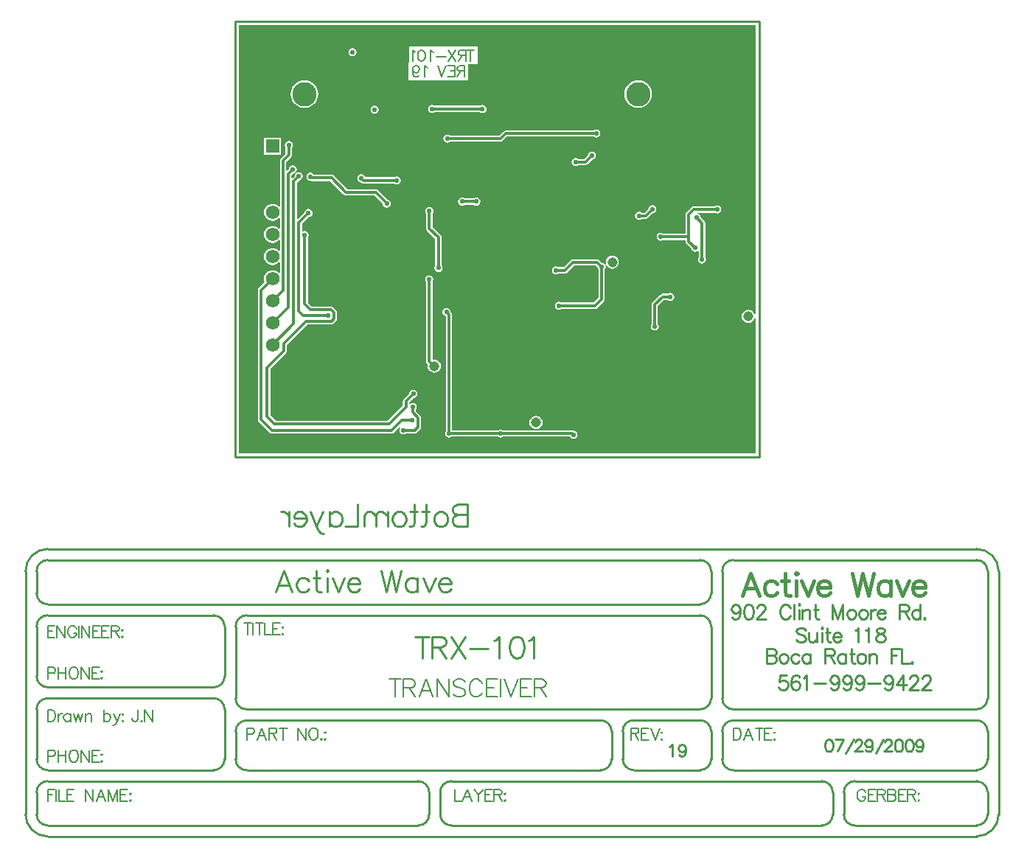
<source format=gbl>
%FSLAX24Y24*%
%MOIN*%
G70*
G01*
G75*
G04 Layer_Physical_Order=2*
G04 Layer_Color=16711680*
%ADD10R,0.0300X0.0300*%
%ADD11R,0.0200X0.0300*%
%ADD12R,0.0360X0.0360*%
%ADD13R,0.0500X0.0360*%
%ADD14R,0.0250X0.0950*%
%ADD15R,0.0250X0.0550*%
%ADD16R,0.0950X0.0250*%
%ADD17R,0.0550X0.0250*%
%ADD18R,0.0236X0.1000*%
%ADD19R,0.0236X0.0900*%
%ADD20R,0.0700X0.0236*%
%ADD21R,0.0900X0.0236*%
%ADD22R,0.0315X0.0591*%
%ADD23R,0.0591X0.0315*%
%ADD24O,0.0600X0.0160*%
%ADD25R,0.0200X0.0500*%
%ADD26O,0.0240X0.0800*%
%ADD27O,0.0160X0.0600*%
%ADD28O,0.0160X0.0600*%
%ADD29R,0.0394X0.0197*%
%ADD30R,0.0394X0.0394*%
%ADD31R,0.0300X0.0300*%
%ADD32R,0.0472X0.0472*%
%ADD33R,0.0472X0.0472*%
%ADD34R,0.0236X0.0236*%
%ADD35R,0.0360X0.0500*%
%ADD36R,0.0360X0.0360*%
%ADD37R,0.0600X0.0500*%
%ADD38C,0.0120*%
%ADD39R,0.1500X0.0500*%
%ADD40R,0.0550X0.0400*%
%ADD41R,0.0400X0.0550*%
%ADD42C,0.0140*%
%ADD43C,0.0120*%
%ADD44C,0.0300*%
%ADD45C,0.0100*%
%ADD46C,0.0200*%
%ADD47C,0.0080*%
%ADD48C,0.0090*%
%ADD49C,0.0150*%
%ADD50C,0.0050*%
%ADD51C,0.1100*%
%ADD52C,0.0620*%
%ADD53R,0.0620X0.0620*%
%ADD54C,0.0600*%
%ADD55C,0.0750*%
%ADD56C,0.1400*%
%ADD57C,0.0450*%
%ADD58C,0.0220*%
G36*
X23030Y5853D02*
X22981Y5843D01*
X22958Y5899D01*
X22910Y5960D01*
X22849Y6008D01*
X22777Y6037D01*
X22700Y6048D01*
X22623Y6037D01*
X22551Y6008D01*
X22490Y5960D01*
X22442Y5899D01*
X22413Y5827D01*
X22402Y5750D01*
X22413Y5673D01*
X22442Y5601D01*
X22490Y5540D01*
X22551Y5492D01*
X22623Y5463D01*
X22700Y5452D01*
X22777Y5463D01*
X22849Y5492D01*
X22910Y5540D01*
X22958Y5601D01*
X22981Y5657D01*
X23030Y5647D01*
Y-427D01*
X-323D01*
Y18927D01*
X23030D01*
Y5853D01*
D02*
G37*
%LPC*%
G36*
X18362Y10775D02*
X18291Y10761D01*
X18232Y10721D01*
X18192Y10661D01*
X18179Y10596D01*
X18020Y10437D01*
X17886D01*
X17830Y10474D01*
X17760Y10488D01*
X17690Y10474D01*
X17630Y10434D01*
X17590Y10375D01*
X17576Y10305D01*
X17590Y10234D01*
X17630Y10175D01*
X17690Y10135D01*
X17760Y10121D01*
X17830Y10135D01*
X17886Y10172D01*
X18075D01*
X18126Y10182D01*
X18169Y10211D01*
X18366Y10409D01*
X18432Y10422D01*
X18491Y10461D01*
X18531Y10521D01*
X18545Y10591D01*
X18531Y10661D01*
X18491Y10721D01*
X18432Y10761D01*
X18362Y10775D01*
D02*
G37*
G36*
X16550Y8498D02*
X16473Y8487D01*
X16401Y8458D01*
X16340Y8410D01*
X16292Y8349D01*
X16263Y8277D01*
X16252Y8200D01*
X16263Y8123D01*
X16280Y8081D01*
X16277Y8080D01*
X16277D01*
X16248Y8064D01*
X16226Y8072D01*
X16200Y8112D01*
X16140Y8151D01*
X16093Y8161D01*
X15961Y8293D01*
X15915Y8324D01*
X15860Y8335D01*
X15860Y8335D01*
X14770D01*
X14770Y8335D01*
X14715Y8324D01*
X14669Y8293D01*
X14669Y8293D01*
X14351Y7975D01*
X14110D01*
X14070Y8001D01*
X14000Y8015D01*
X13930Y8001D01*
X13870Y7962D01*
X13830Y7902D01*
X13816Y7832D01*
X13830Y7762D01*
X13870Y7702D01*
X13930Y7662D01*
X14000Y7648D01*
X14070Y7662D01*
X14110Y7689D01*
X14410D01*
X14410Y7689D01*
X14465Y7700D01*
X14511Y7731D01*
X14829Y8049D01*
X15801D01*
X15891Y7959D01*
X15900Y7912D01*
X15927Y7871D01*
Y6591D01*
X15711Y6375D01*
X14250D01*
X14210Y6401D01*
X14140Y6415D01*
X14070Y6401D01*
X14010Y6362D01*
X13970Y6302D01*
X13956Y6232D01*
X13970Y6162D01*
X14010Y6102D01*
X14070Y6062D01*
X14140Y6048D01*
X14210Y6062D01*
X14250Y6089D01*
X15770D01*
X15770Y6089D01*
X15825Y6100D01*
X15871Y6131D01*
X16171Y6431D01*
X16171Y6431D01*
X16202Y6477D01*
D01*
D01*
D01*
Y6477D01*
X16202D01*
D01*
D01*
D01*
D01*
X16202D01*
D01*
D01*
D01*
D01*
Y6477D01*
X16202D01*
D01*
Y6477D01*
D01*
D01*
D01*
D01*
D01*
D01*
D01*
D01*
D01*
D01*
D01*
D01*
Y6477D01*
D01*
X16202D01*
D01*
D01*
D01*
D01*
X16202Y6477D01*
X16213Y6532D01*
X16213Y6532D01*
Y7871D01*
X16240Y7912D01*
X16254Y7982D01*
X16241Y8045D01*
X16274Y8055D01*
X16292Y8051D01*
D01*
X16340Y7990D01*
X16401Y7942D01*
X16473Y7913D01*
X16550Y7902D01*
X16627Y7913D01*
X16699Y7942D01*
X16760Y7990D01*
X16808Y8051D01*
X16837Y8123D01*
X16848Y8200D01*
X16837Y8277D01*
X16808Y8349D01*
X16760Y8410D01*
X16699Y8458D01*
X16627Y8487D01*
X16550Y8498D01*
D02*
G37*
G36*
X2910Y12254D02*
X2840Y12240D01*
X2780Y12200D01*
X2740Y12140D01*
X2726Y12070D01*
X2740Y12000D01*
X2780Y11940D01*
X2840Y11900D01*
X2900Y11888D01*
X2915Y11878D01*
Y11878D01*
X2915Y11878D01*
D01*
D01*
D01*
X2915D01*
Y11878D01*
D01*
X2915Y11878D01*
X2915Y11878D01*
X2970Y11867D01*
X2970Y11867D01*
X3791D01*
X4409Y11249D01*
X4455Y11218D01*
X4510Y11207D01*
X4510Y11207D01*
X5791D01*
X6171Y10827D01*
X6180Y10780D01*
X6220Y10720D01*
X6280Y10680D01*
X6350Y10666D01*
X6420Y10680D01*
X6480Y10720D01*
X6520Y10780D01*
X6534Y10850D01*
X6520Y10920D01*
X6480Y10980D01*
X6420Y11020D01*
X6373Y11029D01*
X5951Y11451D01*
X5905Y11482D01*
X5850Y11493D01*
X5850Y11493D01*
X4569D01*
X3951Y12111D01*
X3905Y12142D01*
X3850Y12153D01*
X3850Y12153D01*
X3071D01*
X3040Y12200D01*
X2980Y12240D01*
X2910Y12254D01*
D02*
G37*
G36*
X1923Y13677D02*
X1853Y13663D01*
X1793Y13623D01*
X1754Y13564D01*
X1740Y13493D01*
X1754Y13423D01*
X1780Y13383D01*
Y13106D01*
X1568Y12893D01*
X1537Y12847D01*
X1526Y12793D01*
X1526Y12793D01*
Y10707D01*
X1478Y10691D01*
X1454Y10723D01*
X1375Y10784D01*
X1282Y10822D01*
X1183Y10835D01*
X1084Y10822D01*
X992Y10784D01*
X912Y10723D01*
X851Y10643D01*
X813Y10551D01*
X800Y10452D01*
X813Y10353D01*
X851Y10260D01*
X912Y10181D01*
X992Y10120D01*
X1084Y10082D01*
X1183Y10069D01*
X1282Y10082D01*
X1375Y10120D01*
X1454Y10181D01*
X1478Y10212D01*
X1526Y10196D01*
Y9707D01*
X1478Y9691D01*
X1454Y9723D01*
X1375Y9784D01*
X1282Y9822D01*
X1183Y9835D01*
X1084Y9822D01*
X992Y9784D01*
X912Y9723D01*
X851Y9643D01*
X813Y9551D01*
X800Y9452D01*
X813Y9353D01*
X851Y9260D01*
X912Y9181D01*
X992Y9120D01*
X1084Y9082D01*
X1183Y9069D01*
X1282Y9082D01*
X1375Y9120D01*
X1454Y9181D01*
X1478Y9212D01*
X1526Y9196D01*
Y8707D01*
X1478Y8691D01*
X1454Y8723D01*
X1375Y8784D01*
X1282Y8822D01*
X1183Y8835D01*
X1084Y8822D01*
X992Y8784D01*
X912Y8723D01*
X851Y8643D01*
X813Y8551D01*
X800Y8452D01*
X813Y8353D01*
X851Y8260D01*
X912Y8181D01*
X992Y8120D01*
X1084Y8082D01*
X1183Y8069D01*
X1282Y8082D01*
X1375Y8120D01*
X1454Y8181D01*
X1478Y8212D01*
X1526Y8196D01*
Y7707D01*
X1478Y7691D01*
X1454Y7723D01*
X1375Y7784D01*
X1282Y7822D01*
X1183Y7835D01*
X1084Y7822D01*
X992Y7784D01*
X912Y7723D01*
X851Y7643D01*
X813Y7551D01*
X800Y7452D01*
X813Y7353D01*
X833Y7304D01*
X569Y7040D01*
X538Y6993D01*
X527Y6939D01*
X527Y6939D01*
Y1082D01*
X527Y1082D01*
X538Y1027D01*
X569Y981D01*
X1049Y501D01*
X1049Y501D01*
X1095Y470D01*
Y470D01*
X1095Y470D01*
D01*
D01*
D01*
X1095D01*
Y470D01*
D01*
X1095Y470D01*
X1095Y470D01*
X1150Y459D01*
X1150Y459D01*
X6570D01*
X6570Y459D01*
X6625Y470D01*
X6671Y501D01*
X6918Y747D01*
X6942Y746D01*
X6967Y726D01*
X6967Y726D01*
D01*
X6930Y672D01*
X6916Y602D01*
X6930Y532D01*
X6970Y472D01*
X7030Y432D01*
X7100Y418D01*
X7170Y432D01*
X7210Y459D01*
X7620D01*
X7620Y459D01*
X7675Y470D01*
X7721Y501D01*
X7871Y651D01*
X7902Y697D01*
X7913Y752D01*
X7913Y752D01*
Y1162D01*
X7913Y1162D01*
Y1162D01*
X7913D01*
X7913Y1162D01*
D01*
D01*
D01*
D01*
X7913Y1162D01*
D01*
X7902Y1216D01*
X7889Y1235D01*
X7871Y1263D01*
X7871Y1263D01*
X7663Y1471D01*
Y1541D01*
X7690Y1582D01*
X7704Y1652D01*
X7690Y1722D01*
X7650Y1782D01*
X7590Y1821D01*
X7520Y1835D01*
X7450Y1821D01*
X7407Y1793D01*
X7363Y1816D01*
Y1853D01*
X7573Y2063D01*
X7620Y2072D01*
X7680Y2112D01*
X7720Y2172D01*
X7734Y2242D01*
X7720Y2312D01*
X7680Y2372D01*
X7620Y2411D01*
X7550Y2425D01*
X7480Y2411D01*
X7420Y2372D01*
X7380Y2312D01*
X7371Y2265D01*
X7119Y2013D01*
X7088Y1966D01*
X7077Y1912D01*
X7077Y1912D01*
Y1721D01*
X6391Y1035D01*
X1330D01*
X1083Y1282D01*
Y3373D01*
X1791Y4082D01*
X1791Y4082D01*
X1809Y4109D01*
X1822Y4128D01*
X1833Y4183D01*
X1833Y4183D01*
Y4463D01*
X2759Y5390D01*
X3850D01*
X3850Y5390D01*
X3905Y5401D01*
X3951Y5432D01*
X4061Y5542D01*
X4061Y5542D01*
X4092Y5588D01*
X4103Y5643D01*
Y5933D01*
X4103Y5933D01*
X4092Y5987D01*
X4061Y6033D01*
X4061Y6033D01*
X3931Y6163D01*
X3885Y6194D01*
X3830Y6205D01*
X3830Y6205D01*
X2949D01*
X2783Y6372D01*
Y9322D01*
X2810Y9362D01*
X2824Y9433D01*
X2810Y9503D01*
X2770Y9562D01*
X2710Y9602D01*
X2640Y9616D01*
X2570Y9602D01*
X2564Y9598D01*
X2520Y9622D01*
Y9937D01*
X2836Y10253D01*
X2883Y10262D01*
X2943Y10302D01*
X2983Y10362D01*
X2997Y10432D01*
X2983Y10502D01*
X2943Y10562D01*
X2883Y10601D01*
X2813Y10615D01*
X2743Y10601D01*
X2683Y10562D01*
X2644Y10502D01*
X2634Y10455D01*
X2330Y10150D01*
X2284Y10169D01*
Y11782D01*
X2400Y11899D01*
X2447Y11908D01*
X2507Y11948D01*
X2547Y12007D01*
X2561Y12078D01*
X2547Y12148D01*
X2507Y12207D01*
X2447Y12247D01*
X2377Y12261D01*
X2307Y12247D01*
X2247Y12207D01*
X2208Y12148D01*
X2198Y12100D01*
X2094Y11996D01*
X2047Y12015D01*
Y12137D01*
X2124Y12214D01*
X2172Y12223D01*
X2231Y12263D01*
X2271Y12322D01*
X2285Y12393D01*
X2271Y12463D01*
X2231Y12522D01*
X2172Y12562D01*
X2102Y12576D01*
X2031Y12562D01*
X1972Y12522D01*
X1932Y12463D01*
X1923Y12415D01*
X1857Y12350D01*
X1811Y12369D01*
Y12733D01*
X2024Y12946D01*
X2024Y12946D01*
X2043Y12974D01*
X2055Y12992D01*
X2066Y13047D01*
Y13383D01*
X2093Y13423D01*
X2107Y13493D01*
X2093Y13564D01*
X2053Y13623D01*
X1993Y13663D01*
X1923Y13677D01*
D02*
G37*
G36*
X21290Y10764D02*
X21220Y10750D01*
X21180Y10723D01*
X20230D01*
X20230Y10723D01*
X20175Y10712D01*
X20129Y10681D01*
X19909Y10461D01*
X19878Y10415D01*
X19867Y10360D01*
X19867Y10360D01*
Y9488D01*
X18844D01*
X18804Y9515D01*
X18734Y9529D01*
X18663Y9515D01*
X18604Y9475D01*
X18564Y9416D01*
X18550Y9345D01*
X18564Y9275D01*
X18604Y9216D01*
X18663Y9176D01*
X18734Y9162D01*
X18804Y9176D01*
X18844Y9203D01*
X19867D01*
Y9136D01*
X19867Y9136D01*
X19878Y9082D01*
X19909Y9036D01*
X20122Y8822D01*
X20132Y8775D01*
X20172Y8715D01*
X20231Y8675D01*
X20301Y8662D01*
X20372Y8675D01*
X20423Y8710D01*
X20467Y8686D01*
Y8420D01*
X20440Y8380D01*
X20426Y8310D01*
X20440Y8240D01*
X20480Y8180D01*
X20540Y8140D01*
X20610Y8126D01*
X20680Y8140D01*
X20740Y8180D01*
X20780Y8240D01*
X20794Y8310D01*
X20780Y8380D01*
X20753Y8420D01*
Y9970D01*
X20753Y9970D01*
Y9970D01*
X20753D01*
X20753Y9970D01*
D01*
D01*
D01*
D01*
X20753Y9970D01*
D01*
X20742Y10025D01*
X20729Y10043D01*
X20711Y10071D01*
X20711Y10071D01*
X20539Y10243D01*
X20530Y10290D01*
X20490Y10350D01*
X20430Y10390D01*
X20360Y10404D01*
X20394Y10437D01*
X21180D01*
X21220Y10410D01*
X21290Y10396D01*
X21360Y10410D01*
X21420Y10450D01*
X21460Y10510D01*
X21474Y10580D01*
X21460Y10650D01*
X21420Y10710D01*
X21360Y10750D01*
X21290Y10764D01*
D02*
G37*
G36*
X8278Y7595D02*
X8208Y7581D01*
X8148Y7542D01*
X8109Y7482D01*
X8095Y7412D01*
X8109Y7342D01*
X8135Y7301D01*
Y3722D01*
X8135Y3722D01*
X8146Y3667D01*
X8177Y3621D01*
X8215Y3583D01*
X8213Y3577D01*
X8202Y3500D01*
X8213Y3423D01*
X8242Y3351D01*
X8290Y3290D01*
X8351Y3242D01*
X8423Y3213D01*
X8500Y3202D01*
X8577Y3213D01*
X8649Y3242D01*
X8710Y3290D01*
X8758Y3351D01*
X8787Y3423D01*
X8798Y3500D01*
X8787Y3577D01*
X8758Y3649D01*
X8710Y3710D01*
X8649Y3758D01*
X8577Y3787D01*
X8500Y3798D01*
X8459Y3792D01*
X8421Y3825D01*
Y7301D01*
X8448Y7342D01*
X8462Y7412D01*
X8448Y7482D01*
X8408Y7542D01*
X8348Y7581D01*
X8278Y7595D01*
D02*
G37*
G36*
X13100Y1248D02*
X13023Y1237D01*
X12951Y1208D01*
X12890Y1160D01*
X12842Y1099D01*
X12813Y1027D01*
X12802Y950D01*
X12813Y873D01*
X12842Y801D01*
X12890Y740D01*
X12951Y692D01*
X13023Y663D01*
X13100Y652D01*
X13177Y663D01*
X13249Y692D01*
X13310Y740D01*
X13358Y801D01*
X13387Y873D01*
X13398Y950D01*
X13387Y1027D01*
X13358Y1099D01*
X13310Y1160D01*
X13249Y1208D01*
X13177Y1237D01*
X13100Y1248D01*
D02*
G37*
G36*
X9050Y6134D02*
X8980Y6120D01*
X8920Y6080D01*
X8880Y6020D01*
X8866Y5950D01*
X8880Y5880D01*
X8920Y5820D01*
X8980Y5780D01*
X9027Y5771D01*
X9027Y5771D01*
Y562D01*
X9000Y522D01*
X8986Y452D01*
X9000Y382D01*
X9040Y322D01*
X9100Y282D01*
X9170Y268D01*
X9240Y282D01*
X9278Y307D01*
X11390D01*
X11430Y280D01*
X11500Y266D01*
X11570Y280D01*
X11610Y307D01*
X14635D01*
X14660Y270D01*
X14720Y230D01*
X14790Y216D01*
X14860Y230D01*
X14920Y270D01*
X14960Y330D01*
X14974Y400D01*
X14960Y470D01*
X14920Y530D01*
X14860Y570D01*
X14790Y584D01*
X14788Y583D01*
X14740Y593D01*
X14740Y593D01*
X11610D01*
X11570Y620D01*
X11500Y634D01*
X11430Y620D01*
X11390Y593D01*
X9313D01*
Y5830D01*
X9313Y5830D01*
X9302Y5885D01*
X9302D01*
D01*
D01*
X9302Y5885D01*
D01*
D01*
D01*
D01*
X9302Y5885D01*
D01*
D01*
Y5885D01*
D01*
X9302D01*
D01*
D01*
X9302D01*
D01*
D01*
X9271Y5931D01*
X9271Y5931D01*
X9229Y5973D01*
X9220Y6020D01*
X9180Y6080D01*
X9120Y6120D01*
X9050Y6134D01*
D02*
G37*
G36*
X8280Y10695D02*
X8210Y10681D01*
X8150Y10642D01*
X8110Y10582D01*
X8096Y10512D01*
X8110Y10442D01*
X8137Y10401D01*
Y9732D01*
X8137Y9732D01*
X8148Y9677D01*
X8179Y9631D01*
X8547Y9263D01*
Y8052D01*
X8520Y8012D01*
X8506Y7942D01*
X8520Y7872D01*
X8560Y7812D01*
X8620Y7772D01*
X8690Y7758D01*
X8760Y7772D01*
X8820Y7812D01*
X8860Y7872D01*
X8874Y7942D01*
X8860Y8012D01*
X8833Y8052D01*
Y9322D01*
X8833Y9322D01*
X8822Y9376D01*
X8791Y9423D01*
X8791Y9423D01*
X8423Y9791D01*
Y10401D01*
X8450Y10442D01*
X8464Y10512D01*
X8450Y10582D01*
X8410Y10642D01*
X8350Y10681D01*
X8280Y10695D01*
D02*
G37*
G36*
X19170Y6815D02*
X19100Y6801D01*
X19060Y6775D01*
X18820D01*
X18820Y6775D01*
X18765Y6764D01*
X18719Y6733D01*
X18719Y6733D01*
X18369Y6383D01*
X18338Y6336D01*
X18327Y6282D01*
X18327Y6282D01*
Y5402D01*
X18300Y5362D01*
X18286Y5292D01*
X18300Y5222D01*
X18340Y5162D01*
X18400Y5122D01*
X18470Y5108D01*
X18540Y5122D01*
X18600Y5162D01*
X18640Y5222D01*
X18654Y5292D01*
X18640Y5362D01*
X18613Y5402D01*
Y6223D01*
X18879Y6489D01*
X19060D01*
X19100Y6462D01*
X19170Y6448D01*
X19240Y6462D01*
X19300Y6502D01*
X19340Y6562D01*
X19354Y6632D01*
X19340Y6702D01*
X19300Y6762D01*
X19240Y6801D01*
X19170Y6815D01*
D02*
G37*
G36*
X17723Y16425D02*
X17602Y16413D01*
X17485Y16377D01*
X17377Y16320D01*
X17283Y16242D01*
X17205Y16148D01*
X17148Y16040D01*
X17112Y15923D01*
X17100Y15802D01*
X17112Y15680D01*
X17148Y15563D01*
X17205Y15456D01*
X17283Y15361D01*
X17377Y15284D01*
X17485Y15226D01*
X17602Y15191D01*
X17723Y15179D01*
X17845Y15191D01*
X17962Y15226D01*
X18069Y15284D01*
X18164Y15361D01*
X18241Y15456D01*
X18299Y15563D01*
X18334Y15680D01*
X18346Y15802D01*
X18334Y15923D01*
X18299Y16040D01*
X18241Y16148D01*
X18164Y16242D01*
X18069Y16320D01*
X17962Y16377D01*
X17845Y16413D01*
X17723Y16425D01*
D02*
G37*
G36*
X2633D02*
X2512Y16413D01*
X2395Y16377D01*
X2287Y16320D01*
X2193Y16242D01*
X2115Y16148D01*
X2058Y16040D01*
X2022Y15923D01*
X2010Y15802D01*
X2022Y15680D01*
X2058Y15563D01*
X2115Y15456D01*
X2193Y15361D01*
X2287Y15284D01*
X2395Y15226D01*
X2512Y15191D01*
X2633Y15179D01*
X2755Y15191D01*
X2872Y15226D01*
X2979Y15284D01*
X3074Y15361D01*
X3151Y15456D01*
X3209Y15563D01*
X3244Y15680D01*
X3256Y15802D01*
X3244Y15923D01*
X3209Y16040D01*
X3151Y16148D01*
X3074Y16242D01*
X2979Y16320D01*
X2872Y16377D01*
X2755Y16413D01*
X2633Y16425D01*
D02*
G37*
G36*
X10680Y15315D02*
X10610Y15301D01*
X10570Y15275D01*
X8520D01*
X8480Y15301D01*
X8410Y15315D01*
X8340Y15301D01*
X8280Y15262D01*
X8240Y15202D01*
X8226Y15132D01*
X8240Y15062D01*
X8280Y15002D01*
X8340Y14962D01*
X8410Y14948D01*
X8480Y14962D01*
X8520Y14989D01*
X10570D01*
X10610Y14962D01*
X10680Y14948D01*
X10750Y14962D01*
X10810Y15002D01*
X10850Y15062D01*
X10864Y15132D01*
X10850Y15202D01*
X10810Y15262D01*
X10750Y15301D01*
X10680Y15315D01*
D02*
G37*
G36*
X4800Y17884D02*
X4730Y17870D01*
X4670Y17830D01*
X4630Y17770D01*
X4616Y17700D01*
X4630Y17630D01*
X4670Y17570D01*
X4730Y17530D01*
X4800Y17516D01*
X4870Y17530D01*
X4930Y17570D01*
X4970Y17630D01*
X4984Y17700D01*
X4970Y17770D01*
X4930Y17830D01*
X4870Y17870D01*
X4800Y17884D01*
D02*
G37*
G36*
X10460Y17942D02*
X7370D01*
Y17232D01*
X7344D01*
Y16432D01*
X10020D01*
Y17142D01*
X10460D01*
Y17942D01*
D02*
G37*
G36*
X5800Y15284D02*
X5730Y15270D01*
X5670Y15230D01*
X5630Y15170D01*
X5616Y15100D01*
X5630Y15030D01*
X5670Y14970D01*
X5730Y14930D01*
X5800Y14916D01*
X5870Y14930D01*
X5930Y14970D01*
X5970Y15030D01*
X5984Y15100D01*
X5970Y15170D01*
X5930Y15230D01*
X5870Y15270D01*
X5800Y15284D01*
D02*
G37*
G36*
X5200Y12184D02*
X5130Y12170D01*
X5070Y12130D01*
X5030Y12070D01*
X5016Y12000D01*
X5030Y11930D01*
X5070Y11870D01*
X5130Y11830D01*
X5177Y11821D01*
X5199Y11799D01*
X5199Y11799D01*
X5227Y11781D01*
X5245Y11768D01*
X5300Y11757D01*
X6690D01*
X6730Y11730D01*
X6800Y11716D01*
X6870Y11730D01*
X6930Y11770D01*
X6970Y11830D01*
X6984Y11900D01*
X6970Y11970D01*
X6930Y12030D01*
X6870Y12070D01*
X6800Y12084D01*
X6730Y12070D01*
X6690Y12043D01*
X5375D01*
X5370Y12070D01*
X5330Y12130D01*
X5270Y12170D01*
X5200Y12184D01*
D02*
G37*
G36*
X10400Y11125D02*
X10330Y11111D01*
X10290Y11085D01*
X9870D01*
X9830Y11111D01*
X9760Y11125D01*
X9690Y11111D01*
X9630Y11072D01*
X9590Y11012D01*
X9576Y10942D01*
X9590Y10872D01*
X9630Y10812D01*
X9690Y10772D01*
X9760Y10758D01*
X9830Y10772D01*
X9870Y10799D01*
X10290D01*
X10330Y10772D01*
X10400Y10758D01*
X10470Y10772D01*
X10530Y10812D01*
X10570Y10872D01*
X10584Y10942D01*
X10570Y11012D01*
X10530Y11072D01*
X10470Y11111D01*
X10400Y11125D01*
D02*
G37*
G36*
X15630Y13205D02*
X15560Y13191D01*
X15500Y13152D01*
X15460Y13092D01*
X15447Y13027D01*
X15285Y12864D01*
X15016D01*
X14960Y12901D01*
X14890Y12915D01*
X14820Y12901D01*
X14760Y12862D01*
X14720Y12802D01*
X14706Y12732D01*
X14720Y12662D01*
X14760Y12602D01*
X14820Y12562D01*
X14890Y12548D01*
X14960Y12562D01*
X15016Y12599D01*
X15340D01*
X15391Y12609D01*
X15434Y12638D01*
Y12638D01*
X15434D01*
D01*
D01*
D01*
D01*
D01*
D01*
X15434D01*
D01*
X15434D01*
Y12638D01*
D01*
D01*
D01*
D01*
Y12638D01*
D01*
D01*
D01*
D01*
D01*
D01*
Y12638D01*
D01*
D01*
X15434D01*
D01*
D01*
D01*
X15635Y12839D01*
X15700Y12852D01*
X15760Y12892D01*
X15800Y12952D01*
X15814Y13022D01*
X15800Y13092D01*
X15760Y13152D01*
X15700Y13191D01*
X15630Y13205D01*
D02*
G37*
G36*
X15830Y14195D02*
X15760Y14181D01*
X15704Y14144D01*
X11720D01*
X11669Y14134D01*
X11626Y14106D01*
X11435Y13914D01*
X9216D01*
X9160Y13951D01*
X9090Y13965D01*
X9020Y13951D01*
X8960Y13912D01*
X8920Y13852D01*
X8906Y13782D01*
X8920Y13712D01*
X8960Y13652D01*
X9020Y13612D01*
X9090Y13598D01*
X9160Y13612D01*
X9216Y13649D01*
X11490D01*
X11541Y13659D01*
X11584Y13688D01*
Y13688D01*
X11584D01*
D01*
D01*
D01*
D01*
D01*
D01*
X11584D01*
D01*
X11584D01*
Y13688D01*
D01*
D01*
D01*
D01*
Y13688D01*
D01*
D01*
D01*
D01*
D01*
D01*
Y13688D01*
D01*
D01*
X11584D01*
D01*
D01*
D01*
X11775Y13879D01*
X15704D01*
X15760Y13842D01*
X15830Y13828D01*
X15900Y13842D01*
X15960Y13882D01*
X16000Y13942D01*
X16014Y14012D01*
X16000Y14082D01*
X15960Y14142D01*
X15900Y14181D01*
X15830Y14195D01*
D02*
G37*
G36*
X1563Y13832D02*
X803D01*
Y13072D01*
X1563D01*
Y13832D01*
D02*
G37*
%LPD*%
D42*
X20010Y9345D02*
Y10360D01*
Y9136D02*
Y9345D01*
X18734D02*
X20010D01*
X11500Y450D02*
X14740D01*
X9172D02*
X11500D01*
X5200Y12000D02*
X5300Y11900D01*
X6800D01*
X2970Y12010D02*
X3850D01*
X4510Y11350D01*
X5850D02*
X6350Y10850D01*
X4510Y11350D02*
X5850D01*
X9050Y5950D02*
X9170Y5830D01*
X8278Y3722D02*
Y7412D01*
Y3722D02*
X8500Y3500D01*
X20610Y8310D02*
Y9970D01*
X20360Y10220D02*
X20610Y9970D01*
X8410Y15132D02*
X10680D01*
X8690Y7942D02*
Y9322D01*
X8280Y9732D02*
X8690Y9322D01*
X8280Y9732D02*
Y10512D01*
X6450Y892D02*
X7220Y1662D01*
Y1912D01*
X7550Y2242D01*
X7520Y1412D02*
Y1652D01*
Y1412D02*
X7770Y1162D01*
Y752D02*
Y1162D01*
X7620Y602D02*
X7770Y752D01*
X7100Y602D02*
X7620D01*
X1150D02*
X6570D01*
X7020Y1052D01*
X7500D01*
X1271Y892D02*
X6450D01*
X670Y1082D02*
Y6939D01*
Y1082D02*
X1150Y602D01*
X940Y1223D02*
X1271Y892D01*
X15860Y8192D02*
X16070Y7982D01*
X14770Y8192D02*
X15860D01*
X14410Y7832D02*
X14770Y8192D01*
X14000Y7832D02*
X14410D01*
X9760Y10942D02*
X10400D01*
X2377Y6003D02*
Y9996D01*
X2579Y5802D02*
X3693D01*
X2377Y6003D02*
X2579Y5802D01*
X2377Y9996D02*
X2813Y10432D01*
X1183Y4452D02*
X2141Y5410D01*
X1183Y5452D02*
X1905Y6173D01*
X1183Y6452D02*
X1669Y6937D01*
X18820Y6632D02*
X19170D01*
X18470Y6282D02*
X18820Y6632D01*
X18470Y5292D02*
Y6282D01*
X16070Y6532D02*
Y7982D01*
X15770Y6232D02*
X16070Y6532D01*
X14140Y6232D02*
X15770D01*
X1669Y12793D02*
X1923Y13047D01*
X1669Y6937D02*
Y12793D01*
X1923Y13047D02*
Y13493D01*
X1905Y12196D02*
X2102Y12393D01*
X1905Y6173D02*
Y12196D01*
X2141Y11841D02*
X2377Y12078D01*
X2141Y5410D02*
Y11841D01*
X2640Y6313D02*
Y9433D01*
Y6313D02*
X2890Y6063D01*
X3830D01*
X3960Y5933D01*
Y5643D02*
Y5933D01*
X3850Y5533D02*
X3960Y5643D01*
X2700Y5533D02*
X3850D01*
X1690Y4523D02*
X2700Y5533D01*
X1690Y4183D02*
Y4523D01*
X670Y6939D02*
X1183Y7452D01*
X940Y1223D02*
Y3433D01*
X1690Y4183D01*
X2910Y12070D02*
X2970Y12010D01*
X20010Y9136D02*
X20301Y8845D01*
X20010Y10360D02*
X20230Y10580D01*
X21290D01*
X14740Y450D02*
X14790Y400D01*
X9170Y452D02*
Y5830D01*
Y452D02*
X9172Y450D01*
D43*
X9090Y13782D02*
X11490D01*
X11720Y14012D01*
X15830D01*
X15340Y12732D02*
X15630Y13022D01*
X14890Y12732D02*
X15340D01*
X17760Y10305D02*
X18075D01*
X18362Y10591D01*
D45*
X10000Y-2750D02*
Y-3750D01*
Y-2750D02*
X9572D01*
X9429Y-2798D01*
X9381Y-2845D01*
X9333Y-2941D01*
Y-3036D01*
X9381Y-3131D01*
X9429Y-3179D01*
X9572Y-3226D01*
X10000D02*
X9572D01*
X9429Y-3274D01*
X9381Y-3322D01*
X9333Y-3417D01*
Y-3560D01*
X9381Y-3655D01*
X9429Y-3702D01*
X9572Y-3750D01*
X10000D01*
X8872Y-3083D02*
X8967Y-3131D01*
X9062Y-3226D01*
X9110Y-3369D01*
Y-3464D01*
X9062Y-3607D01*
X8967Y-3702D01*
X8872Y-3750D01*
X8729D01*
X8634Y-3702D01*
X8538Y-3607D01*
X8491Y-3464D01*
Y-3369D01*
X8538Y-3226D01*
X8634Y-3131D01*
X8729Y-3083D01*
X8872D01*
X8129Y-2750D02*
Y-3560D01*
X8081Y-3702D01*
X7986Y-3750D01*
X7891D01*
X8272Y-3083D02*
X7939D01*
X7605Y-2750D02*
Y-3560D01*
X7558Y-3702D01*
X7462Y-3750D01*
X7367D01*
X7748Y-3083D02*
X7415D01*
X6986D02*
X7082Y-3131D01*
X7177Y-3226D01*
X7224Y-3369D01*
Y-3464D01*
X7177Y-3607D01*
X7082Y-3702D01*
X6986Y-3750D01*
X6844D01*
X6748Y-3702D01*
X6653Y-3607D01*
X6605Y-3464D01*
Y-3369D01*
X6653Y-3226D01*
X6748Y-3131D01*
X6844Y-3083D01*
X6986D01*
X6386D02*
Y-3750D01*
Y-3274D02*
X6244Y-3131D01*
X6148Y-3083D01*
X6006D01*
X5910Y-3131D01*
X5863Y-3274D01*
Y-3750D01*
Y-3274D02*
X5720Y-3131D01*
X5625Y-3083D01*
X5482D01*
X5387Y-3131D01*
X5339Y-3274D01*
Y-3750D01*
X5025Y-2750D02*
Y-3750D01*
X4454D01*
X3773Y-3083D02*
Y-3750D01*
Y-3226D02*
X3868Y-3131D01*
X3963Y-3083D01*
X4106D01*
X4201Y-3131D01*
X4296Y-3226D01*
X4344Y-3369D01*
Y-3464D01*
X4296Y-3607D01*
X4201Y-3702D01*
X4106Y-3750D01*
X3963D01*
X3868Y-3702D01*
X3773Y-3607D01*
X3459Y-3083D02*
X3173Y-3750D01*
X2887Y-3083D02*
X3173Y-3750D01*
X3268Y-3940D01*
X3363Y-4036D01*
X3459Y-4083D01*
X3506D01*
X2721Y-3369D02*
X2149D01*
Y-3274D01*
X2197Y-3179D01*
X2245Y-3131D01*
X2340Y-3083D01*
X2483D01*
X2578Y-3131D01*
X2673Y-3226D01*
X2721Y-3369D01*
Y-3464D01*
X2673Y-3607D01*
X2578Y-3702D01*
X2483Y-3750D01*
X2340D01*
X2245Y-3702D01*
X2149Y-3607D01*
X1935Y-3083D02*
Y-3750D01*
Y-3369D02*
X1887Y-3226D01*
X1792Y-3131D01*
X1697Y-3083D01*
X1554D01*
X21633Y13042D02*
G03*
X21633Y13042I-650J0D01*
G01*
X-497Y-600D02*
Y19100D01*
X-497Y-600D02*
X23203D01*
Y19100D01*
X-497D02*
X23203D01*
X8268Y-15769D02*
G03*
X7768Y-15269I-500J0D01*
G01*
X7779Y-17269D02*
G03*
X8268Y-16772I8J480D01*
G01*
X9268Y-15269D02*
G03*
X8768Y-15769I0J-500D01*
G01*
Y-16769D02*
G03*
X9259Y-17269I500J0D01*
G01*
X26518Y-15769D02*
G03*
X26018Y-15269I-500J0D01*
G01*
X26029Y-17269D02*
G03*
X26518Y-16772I8J480D01*
G01*
X27018Y-16779D02*
G03*
X27516Y-17269I490J0D01*
G01*
X27518Y-15269D02*
G03*
X27018Y-15769I0J-500D01*
G01*
X-982Y-8259D02*
G03*
X-1472Y-7769I-490J0D01*
G01*
X-1462Y-11019D02*
G03*
X-982Y-10539I0J480D01*
G01*
Y-12009D02*
G03*
X-1489Y-11519I-490J0D01*
G01*
X-482Y-11529D02*
G03*
X8Y-12019I490J0D01*
G01*
X-482Y-14279D02*
G03*
X8Y-14769I490J0D01*
G01*
X-1472D02*
G03*
X-982Y-14279I0J490D01*
G01*
X16518Y-13009D02*
G03*
X16028Y-12519I-490J0D01*
G01*
Y-14769D02*
G03*
X16518Y-14270I0J490D01*
G01*
X17018Y-14259D02*
G03*
X17519Y-14769I510J0D01*
G01*
X17498Y-12519D02*
G03*
X17018Y-13024I0J-480D01*
G01*
X18Y-12519D02*
G03*
X-482Y-13019I0J-500D01*
G01*
X18Y-7769D02*
G03*
X-482Y-8269I0J-500D01*
G01*
X-9482Y-14269D02*
G03*
X-8991Y-14769I500J0D01*
G01*
X-8982Y-11519D02*
G03*
X-9482Y-12019I0J-500D01*
G01*
Y-10519D02*
G03*
X-8982Y-11019I500J0D01*
G01*
Y-7769D02*
G03*
X-9482Y-8269I0J-500D01*
G01*
Y-6769D02*
G03*
X-8982Y-7269I500J0D01*
G01*
Y-5269D02*
G03*
X-9482Y-5769I0J-500D01*
G01*
X21018D02*
G03*
X20518Y-5269I-500J0D01*
G01*
X22018D02*
G03*
X21518Y-5769I0J-500D01*
G01*
X20518Y-7269D02*
G03*
X21018Y-6769I0J500D01*
G01*
Y-8269D02*
G03*
X20518Y-7769I-500J0D01*
G01*
X-8982Y-15269D02*
G03*
X-9482Y-15769I0J-500D01*
G01*
X20527Y-12019D02*
G03*
X21018Y-11519I-9J500D01*
G01*
X-9482Y-16769D02*
G03*
X-8991Y-17269I500J0D01*
G01*
X21018Y-13009D02*
G03*
X20528Y-12519I-490J0D01*
G01*
X21518Y-14279D02*
G03*
X22016Y-14769I490J0D01*
G01*
X20518Y-14769D02*
G03*
X21018Y-14269I0J500D01*
G01*
X33018Y-17269D02*
G03*
X33518Y-16769I0J500D01*
G01*
X33518Y-15760D02*
G03*
X33018Y-15269I-500J-9D01*
G01*
Y-14769D02*
G03*
X33518Y-14269I0J500D01*
G01*
Y-5759D02*
G03*
X33011Y-5269I-490J0D01*
G01*
X34018Y-5769D02*
G03*
X33018Y-4769I-1000J0D01*
G01*
Y-17769D02*
G03*
X34018Y-16769I0J1000D01*
G01*
X-9982Y-16759D02*
G03*
X-8990Y-17769I1010J0D01*
G01*
X-8982Y-4769D02*
G03*
X-9982Y-5769I0J-1000D01*
G01*
X21518Y-11519D02*
G03*
X22018Y-12019I500J0D01*
G01*
X33018D02*
G03*
X33518Y-11519I0J500D01*
G01*
X22018Y-12519D02*
G03*
X21518Y-13019I0J-500D01*
G01*
X33518Y-13009D02*
G03*
X33028Y-12519I-490J0D01*
G01*
X9268Y-17269D02*
X26018D01*
X-8982D02*
X7768D01*
X-8982Y-15269D02*
X7768D01*
X9268D02*
X26018D01*
X27518Y-17269D02*
X33018D01*
X27518Y-15269D02*
X33018D01*
X-8982Y-5269D02*
X20518D01*
X-8982Y-17769D02*
X33018D01*
X-8982Y-4769D02*
X33018D01*
X-8982Y-14769D02*
X-1482D01*
X-8982Y-11519D02*
X-1482D01*
X-8982Y-11019D02*
X-1482D01*
X-8982Y-7769D02*
X-1482D01*
X-8982Y-7269D02*
X20518D01*
X18Y-7769D02*
X20518D01*
X18Y-12519D02*
X16018D01*
X18Y-14769D02*
X16018D01*
X17518D02*
X20518D01*
X17518Y-12519D02*
X20518D01*
X22018Y-14769D02*
X33018D01*
X22018Y-5269D02*
X33018D01*
X18Y-12019D02*
X20518D01*
X22018D02*
X33018D01*
X22018Y-12519D02*
X33018D01*
X8268Y-16769D02*
Y-15769D01*
X8768Y-16769D02*
Y-15769D01*
X26518Y-16769D02*
Y-15769D01*
X27018Y-16769D02*
Y-15769D01*
X34018Y-16769D02*
Y-5769D01*
X-9482Y-14269D02*
Y-12019D01*
X-982Y-14269D02*
Y-12019D01*
X-9482Y-10519D02*
Y-8269D01*
X-982Y-10519D02*
Y-8269D01*
X-9482Y-6769D02*
Y-5769D01*
X21018Y-6769D02*
Y-5769D01*
Y-11519D02*
Y-8269D01*
X-482Y-11519D02*
Y-8269D01*
X16518Y-14269D02*
Y-13019D01*
X-482Y-14269D02*
Y-13019D01*
X17018Y-14269D02*
Y-13019D01*
X21018Y-14269D02*
Y-13019D01*
X33518Y-16769D02*
Y-15769D01*
X-9482Y-16769D02*
Y-15769D01*
X-9982Y-16769D02*
Y-5769D01*
X21518Y-11519D02*
Y-5769D01*
X33518Y-11519D02*
Y-5769D01*
X21518Y-14269D02*
Y-13019D01*
X33518Y-14269D02*
Y-13009D01*
X25305Y-8429D02*
X25244Y-8368D01*
X25153Y-8337D01*
X25031D01*
X24940Y-8368D01*
X24879Y-8429D01*
Y-8490D01*
X24909Y-8551D01*
X24940Y-8581D01*
X25000Y-8612D01*
X25183Y-8672D01*
X25244Y-8703D01*
X25275Y-8733D01*
X25305Y-8794D01*
Y-8886D01*
X25244Y-8947D01*
X25153Y-8977D01*
X25031D01*
X24940Y-8947D01*
X24879Y-8886D01*
X25448Y-8551D02*
Y-8855D01*
X25479Y-8947D01*
X25540Y-8977D01*
X25631D01*
X25692Y-8947D01*
X25784Y-8855D01*
Y-8551D02*
Y-8977D01*
X26012Y-8337D02*
X26043Y-8368D01*
X26073Y-8337D01*
X26043Y-8307D01*
X26012Y-8337D01*
X26043Y-8551D02*
Y-8977D01*
X26277Y-8337D02*
Y-8855D01*
X26308Y-8947D01*
X26369Y-8977D01*
X26429D01*
X26186Y-8551D02*
X26399D01*
X26521Y-8733D02*
X26887D01*
Y-8672D01*
X26856Y-8612D01*
X26826Y-8581D01*
X26765Y-8551D01*
X26673D01*
X26612Y-8581D01*
X26551Y-8642D01*
X26521Y-8733D01*
Y-8794D01*
X26551Y-8886D01*
X26612Y-8947D01*
X26673Y-8977D01*
X26765D01*
X26826Y-8947D01*
X26887Y-8886D01*
X27526Y-8459D02*
X27587Y-8429D01*
X27679Y-8337D01*
Y-8977D01*
X27996Y-8459D02*
X28057Y-8429D01*
X28148Y-8337D01*
Y-8977D01*
X28617Y-8337D02*
X28526Y-8368D01*
X28495Y-8429D01*
Y-8490D01*
X28526Y-8551D01*
X28587Y-8581D01*
X28709Y-8612D01*
X28800Y-8642D01*
X28861Y-8703D01*
X28891Y-8764D01*
Y-8855D01*
X28861Y-8916D01*
X28830Y-8947D01*
X28739Y-8977D01*
X28617D01*
X28526Y-8947D01*
X28495Y-8916D01*
X28465Y-8855D01*
Y-8764D01*
X28495Y-8703D01*
X28556Y-8642D01*
X28648Y-8612D01*
X28770Y-8581D01*
X28830Y-8551D01*
X28861Y-8490D01*
Y-8429D01*
X28830Y-8368D01*
X28739Y-8337D01*
X28617D01*
X24444Y-10487D02*
X24140D01*
X24109Y-10762D01*
X24140Y-10731D01*
X24231Y-10701D01*
X24322D01*
X24414Y-10731D01*
X24475Y-10792D01*
X24505Y-10883D01*
Y-10944D01*
X24475Y-11036D01*
X24414Y-11097D01*
X24322Y-11127D01*
X24231D01*
X24140Y-11097D01*
X24109Y-11066D01*
X24079Y-11005D01*
X25014Y-10579D02*
X24984Y-10518D01*
X24892Y-10487D01*
X24831D01*
X24740Y-10518D01*
X24679Y-10609D01*
X24648Y-10762D01*
Y-10914D01*
X24679Y-11036D01*
X24740Y-11097D01*
X24831Y-11127D01*
X24862D01*
X24953Y-11097D01*
X25014Y-11036D01*
X25044Y-10944D01*
Y-10914D01*
X25014Y-10822D01*
X24953Y-10762D01*
X24862Y-10731D01*
X24831D01*
X24740Y-10762D01*
X24679Y-10822D01*
X24648Y-10914D01*
X25185Y-10609D02*
X25246Y-10579D01*
X25337Y-10487D01*
Y-11127D01*
X25654Y-10853D02*
X26202D01*
X26787Y-10701D02*
X26757Y-10792D01*
X26696Y-10853D01*
X26605Y-10883D01*
X26574D01*
X26483Y-10853D01*
X26422Y-10792D01*
X26391Y-10701D01*
Y-10670D01*
X26422Y-10579D01*
X26483Y-10518D01*
X26574Y-10487D01*
X26605D01*
X26696Y-10518D01*
X26757Y-10579D01*
X26787Y-10701D01*
Y-10853D01*
X26757Y-11005D01*
X26696Y-11097D01*
X26605Y-11127D01*
X26544D01*
X26452Y-11097D01*
X26422Y-11036D01*
X27357Y-10701D02*
X27327Y-10792D01*
X27266Y-10853D01*
X27174Y-10883D01*
X27144D01*
X27052Y-10853D01*
X26991Y-10792D01*
X26961Y-10701D01*
Y-10670D01*
X26991Y-10579D01*
X27052Y-10518D01*
X27144Y-10487D01*
X27174D01*
X27266Y-10518D01*
X27327Y-10579D01*
X27357Y-10701D01*
Y-10853D01*
X27327Y-11005D01*
X27266Y-11097D01*
X27174Y-11127D01*
X27113D01*
X27022Y-11097D01*
X26991Y-11036D01*
X27927Y-10701D02*
X27896Y-10792D01*
X27836Y-10853D01*
X27744Y-10883D01*
X27714D01*
X27622Y-10853D01*
X27561Y-10792D01*
X27531Y-10701D01*
Y-10670D01*
X27561Y-10579D01*
X27622Y-10518D01*
X27714Y-10487D01*
X27744D01*
X27836Y-10518D01*
X27896Y-10579D01*
X27927Y-10701D01*
Y-10853D01*
X27896Y-11005D01*
X27836Y-11097D01*
X27744Y-11127D01*
X27683D01*
X27592Y-11097D01*
X27561Y-11036D01*
X28101Y-10853D02*
X28649D01*
X29234Y-10701D02*
X29204Y-10792D01*
X29143Y-10853D01*
X29051Y-10883D01*
X29021D01*
X28929Y-10853D01*
X28868Y-10792D01*
X28838Y-10701D01*
Y-10670D01*
X28868Y-10579D01*
X28929Y-10518D01*
X29021Y-10487D01*
X29051D01*
X29143Y-10518D01*
X29204Y-10579D01*
X29234Y-10701D01*
Y-10853D01*
X29204Y-11005D01*
X29143Y-11097D01*
X29051Y-11127D01*
X28990D01*
X28899Y-11097D01*
X28868Y-11036D01*
X29712Y-10487D02*
X29408Y-10914D01*
X29865D01*
X29712Y-10487D02*
Y-11127D01*
X30008Y-10640D02*
Y-10609D01*
X30038Y-10548D01*
X30069Y-10518D01*
X30130Y-10487D01*
X30252D01*
X30313Y-10518D01*
X30343Y-10548D01*
X30374Y-10609D01*
Y-10670D01*
X30343Y-10731D01*
X30282Y-10822D01*
X29978Y-11127D01*
X30404D01*
X30578Y-10640D02*
Y-10609D01*
X30608Y-10548D01*
X30639Y-10518D01*
X30700Y-10487D01*
X30822D01*
X30882Y-10518D01*
X30913Y-10548D01*
X30943Y-10609D01*
Y-10670D01*
X30913Y-10731D01*
X30852Y-10822D01*
X30547Y-11127D01*
X30974D01*
X22325Y-7501D02*
X22294Y-7592D01*
X22233Y-7653D01*
X22142Y-7683D01*
X22111D01*
X22020Y-7653D01*
X21959Y-7592D01*
X21929Y-7501D01*
Y-7470D01*
X21959Y-7379D01*
X22020Y-7318D01*
X22111Y-7287D01*
X22142D01*
X22233Y-7318D01*
X22294Y-7379D01*
X22325Y-7501D01*
Y-7653D01*
X22294Y-7805D01*
X22233Y-7897D01*
X22142Y-7927D01*
X22081D01*
X21990Y-7897D01*
X21959Y-7836D01*
X22681Y-7287D02*
X22590Y-7318D01*
X22529Y-7409D01*
X22498Y-7562D01*
Y-7653D01*
X22529Y-7805D01*
X22590Y-7897D01*
X22681Y-7927D01*
X22742D01*
X22834Y-7897D01*
X22894Y-7805D01*
X22925Y-7653D01*
Y-7562D01*
X22894Y-7409D01*
X22834Y-7318D01*
X22742Y-7287D01*
X22681D01*
X23099Y-7440D02*
Y-7409D01*
X23129Y-7348D01*
X23160Y-7318D01*
X23221Y-7287D01*
X23342D01*
X23403Y-7318D01*
X23434Y-7348D01*
X23464Y-7409D01*
Y-7470D01*
X23434Y-7531D01*
X23373Y-7622D01*
X23068Y-7927D01*
X23495D01*
X24598Y-7440D02*
X24567Y-7379D01*
X24506Y-7318D01*
X24445Y-7287D01*
X24323D01*
X24263Y-7318D01*
X24202Y-7379D01*
X24171Y-7440D01*
X24141Y-7531D01*
Y-7683D01*
X24171Y-7775D01*
X24202Y-7836D01*
X24263Y-7897D01*
X24323Y-7927D01*
X24445D01*
X24506Y-7897D01*
X24567Y-7836D01*
X24598Y-7775D01*
X24778Y-7287D02*
Y-7927D01*
X24973Y-7287D02*
X25003Y-7318D01*
X25033Y-7287D01*
X25003Y-7257D01*
X24973Y-7287D01*
X25003Y-7501D02*
Y-7927D01*
X25146Y-7501D02*
Y-7927D01*
Y-7622D02*
X25238Y-7531D01*
X25299Y-7501D01*
X25390D01*
X25451Y-7531D01*
X25481Y-7622D01*
Y-7927D01*
X25740Y-7287D02*
Y-7805D01*
X25771Y-7897D01*
X25832Y-7927D01*
X25893D01*
X25649Y-7501D02*
X25862D01*
X26487Y-7287D02*
Y-7927D01*
Y-7287D02*
X26731Y-7927D01*
X26974Y-7287D02*
X26731Y-7927D01*
X26974Y-7287D02*
Y-7927D01*
X27310Y-7501D02*
X27249Y-7531D01*
X27188Y-7592D01*
X27157Y-7683D01*
Y-7744D01*
X27188Y-7836D01*
X27249Y-7897D01*
X27310Y-7927D01*
X27401D01*
X27462Y-7897D01*
X27523Y-7836D01*
X27553Y-7744D01*
Y-7683D01*
X27523Y-7592D01*
X27462Y-7531D01*
X27401Y-7501D01*
X27310D01*
X27846D02*
X27785Y-7531D01*
X27724Y-7592D01*
X27693Y-7683D01*
Y-7744D01*
X27724Y-7836D01*
X27785Y-7897D01*
X27846Y-7927D01*
X27937D01*
X27998Y-7897D01*
X28059Y-7836D01*
X28090Y-7744D01*
Y-7683D01*
X28059Y-7592D01*
X27998Y-7531D01*
X27937Y-7501D01*
X27846D01*
X28230D02*
Y-7927D01*
Y-7683D02*
X28260Y-7592D01*
X28321Y-7531D01*
X28382Y-7501D01*
X28473D01*
X28531Y-7683D02*
X28897D01*
Y-7622D01*
X28867Y-7562D01*
X28836Y-7531D01*
X28775Y-7501D01*
X28684D01*
X28623Y-7531D01*
X28562Y-7592D01*
X28531Y-7683D01*
Y-7744D01*
X28562Y-7836D01*
X28623Y-7897D01*
X28684Y-7927D01*
X28775D01*
X28836Y-7897D01*
X28897Y-7836D01*
X29537Y-7287D02*
Y-7927D01*
Y-7287D02*
X29811D01*
X29902Y-7318D01*
X29933Y-7348D01*
X29963Y-7409D01*
Y-7470D01*
X29933Y-7531D01*
X29902Y-7562D01*
X29811Y-7592D01*
X29537D01*
X29750D02*
X29963Y-7927D01*
X30472Y-7287D02*
Y-7927D01*
Y-7592D02*
X30411Y-7531D01*
X30350Y-7501D01*
X30259D01*
X30198Y-7531D01*
X30137Y-7592D01*
X30107Y-7683D01*
Y-7744D01*
X30137Y-7836D01*
X30198Y-7897D01*
X30259Y-7927D01*
X30350D01*
X30411Y-7897D01*
X30472Y-7836D01*
X30673Y-7866D02*
X30643Y-7897D01*
X30673Y-7927D01*
X30704Y-7897D01*
X30673Y-7866D01*
X23529Y-9287D02*
Y-9927D01*
Y-9287D02*
X23803D01*
X23894Y-9318D01*
X23925Y-9348D01*
X23955Y-9409D01*
Y-9470D01*
X23925Y-9531D01*
X23894Y-9562D01*
X23803Y-9592D01*
X23529D02*
X23803D01*
X23894Y-9622D01*
X23925Y-9653D01*
X23955Y-9714D01*
Y-9805D01*
X23925Y-9866D01*
X23894Y-9897D01*
X23803Y-9927D01*
X23529D01*
X24251Y-9501D02*
X24190Y-9531D01*
X24129Y-9592D01*
X24098Y-9683D01*
Y-9744D01*
X24129Y-9836D01*
X24190Y-9897D01*
X24251Y-9927D01*
X24342D01*
X24403Y-9897D01*
X24464Y-9836D01*
X24494Y-9744D01*
Y-9683D01*
X24464Y-9592D01*
X24403Y-9531D01*
X24342Y-9501D01*
X24251D01*
X25000Y-9592D02*
X24939Y-9531D01*
X24878Y-9501D01*
X24787D01*
X24726Y-9531D01*
X24665Y-9592D01*
X24635Y-9683D01*
Y-9744D01*
X24665Y-9836D01*
X24726Y-9897D01*
X24787Y-9927D01*
X24878D01*
X24939Y-9897D01*
X25000Y-9836D01*
X25503Y-9501D02*
Y-9927D01*
Y-9592D02*
X25442Y-9531D01*
X25381Y-9501D01*
X25290D01*
X25229Y-9531D01*
X25168Y-9592D01*
X25137Y-9683D01*
Y-9744D01*
X25168Y-9836D01*
X25229Y-9897D01*
X25290Y-9927D01*
X25381D01*
X25442Y-9897D01*
X25503Y-9836D01*
X26176Y-9287D02*
Y-9927D01*
Y-9287D02*
X26451D01*
X26542Y-9318D01*
X26572Y-9348D01*
X26603Y-9409D01*
Y-9470D01*
X26572Y-9531D01*
X26542Y-9562D01*
X26451Y-9592D01*
X26176D01*
X26390D02*
X26603Y-9927D01*
X27112Y-9501D02*
Y-9927D01*
Y-9592D02*
X27051Y-9531D01*
X26990Y-9501D01*
X26899D01*
X26838Y-9531D01*
X26777Y-9592D01*
X26746Y-9683D01*
Y-9744D01*
X26777Y-9836D01*
X26838Y-9897D01*
X26899Y-9927D01*
X26990D01*
X27051Y-9897D01*
X27112Y-9836D01*
X27374Y-9287D02*
Y-9805D01*
X27404Y-9897D01*
X27465Y-9927D01*
X27526D01*
X27282Y-9501D02*
X27496D01*
X27770D02*
X27709Y-9531D01*
X27648Y-9592D01*
X27618Y-9683D01*
Y-9744D01*
X27648Y-9836D01*
X27709Y-9897D01*
X27770Y-9927D01*
X27861D01*
X27922Y-9897D01*
X27983Y-9836D01*
X28014Y-9744D01*
Y-9683D01*
X27983Y-9592D01*
X27922Y-9531D01*
X27861Y-9501D01*
X27770D01*
X28154D02*
Y-9927D01*
Y-9622D02*
X28245Y-9531D01*
X28306Y-9501D01*
X28398D01*
X28459Y-9531D01*
X28489Y-9622D01*
Y-9927D01*
X29159Y-9287D02*
Y-9927D01*
Y-9287D02*
X29555D01*
X29159Y-9592D02*
X29403D01*
X29629Y-9287D02*
Y-9927D01*
X29994D01*
X30095Y-9866D02*
X30064Y-9897D01*
X30095Y-9927D01*
X30125Y-9897D01*
X30095Y-9866D01*
X-497Y-600D02*
X22703D01*
X-497Y19100D02*
X22703D01*
X23203Y-600D02*
Y19100D01*
X22703Y-600D02*
X23203D01*
X22703Y19100D02*
X23203D01*
X-497Y-600D02*
Y19100D01*
D47*
X9870Y17082D02*
Y16582D01*
Y17082D02*
X9656D01*
X9584Y17058D01*
X9561Y17034D01*
X9537Y16986D01*
Y16939D01*
X9561Y16891D01*
X9584Y16867D01*
X9656Y16844D01*
X9870D01*
X9703D02*
X9537Y16582D01*
X9115Y17082D02*
X9425D01*
Y16582D01*
X9115D01*
X9425Y16844D02*
X9234D01*
X9032Y17082D02*
X8842Y16582D01*
X8651Y17082D02*
X8842Y16582D01*
X8194Y16986D02*
X8147Y17010D01*
X8075Y17082D01*
Y16582D01*
X7518Y16915D02*
X7542Y16844D01*
X7590Y16796D01*
X7661Y16772D01*
X7685D01*
X7756Y16796D01*
X7804Y16844D01*
X7828Y16915D01*
Y16939D01*
X7804Y17010D01*
X7756Y17058D01*
X7685Y17082D01*
X7661D01*
X7590Y17058D01*
X7542Y17010D01*
X7518Y16915D01*
Y16796D01*
X7542Y16677D01*
X7590Y16606D01*
X7661Y16582D01*
X7709D01*
X7780Y16606D01*
X7804Y16653D01*
X10143Y17792D02*
Y17292D01*
X10310Y17792D02*
X9977D01*
X9917D02*
Y17292D01*
Y17792D02*
X9703D01*
X9632Y17768D01*
X9608Y17744D01*
X9584Y17696D01*
Y17649D01*
X9608Y17601D01*
X9632Y17577D01*
X9703Y17554D01*
X9917D01*
X9751D02*
X9584Y17292D01*
X9472Y17792D02*
X9139Y17292D01*
Y17792D02*
X9472Y17292D01*
X9027Y17506D02*
X8598D01*
X8451Y17696D02*
X8403Y17720D01*
X8332Y17792D01*
Y17292D01*
X7941Y17792D02*
X8013Y17768D01*
X8060Y17696D01*
X8084Y17577D01*
Y17506D01*
X8060Y17387D01*
X8013Y17316D01*
X7941Y17292D01*
X7894D01*
X7822Y17316D01*
X7775Y17387D01*
X7751Y17506D01*
Y17577D01*
X7775Y17696D01*
X7822Y17768D01*
X7894Y17792D01*
X7941D01*
X7639Y17696D02*
X7592Y17720D01*
X7520Y17792D01*
Y17292D01*
X6747Y-10660D02*
Y-11460D01*
X6480Y-10660D02*
X7013D01*
X7108D02*
Y-11460D01*
Y-10660D02*
X7451D01*
X7565Y-10698D01*
X7604Y-10736D01*
X7642Y-10813D01*
Y-10889D01*
X7604Y-10965D01*
X7565Y-11003D01*
X7451Y-11041D01*
X7108D01*
X7375D02*
X7642Y-11460D01*
X8430D02*
X8125Y-10660D01*
X7821Y-11460D01*
X7935Y-11193D02*
X8316D01*
X8617Y-10660D02*
Y-11460D01*
Y-10660D02*
X9150Y-11460D01*
Y-10660D02*
Y-11460D01*
X9904Y-10774D02*
X9828Y-10698D01*
X9714Y-10660D01*
X9561D01*
X9447Y-10698D01*
X9371Y-10774D01*
Y-10851D01*
X9409Y-10927D01*
X9447Y-10965D01*
X9523Y-11003D01*
X9752Y-11079D01*
X9828Y-11117D01*
X9866Y-11155D01*
X9904Y-11231D01*
Y-11346D01*
X9828Y-11422D01*
X9714Y-11460D01*
X9561D01*
X9447Y-11422D01*
X9371Y-11346D01*
X10654Y-10851D02*
X10616Y-10774D01*
X10540Y-10698D01*
X10464Y-10660D01*
X10312D01*
X10235Y-10698D01*
X10159Y-10774D01*
X10121Y-10851D01*
X10083Y-10965D01*
Y-11155D01*
X10121Y-11270D01*
X10159Y-11346D01*
X10235Y-11422D01*
X10312Y-11460D01*
X10464D01*
X10540Y-11422D01*
X10616Y-11346D01*
X10654Y-11270D01*
X11374Y-10660D02*
X10879D01*
Y-11460D01*
X11374D01*
X10879Y-11041D02*
X11184D01*
X11507Y-10660D02*
Y-11460D01*
X11675Y-10660D02*
X11980Y-11460D01*
X12284Y-10660D02*
X11980Y-11460D01*
X12882Y-10660D02*
X12387D01*
Y-11460D01*
X12882D01*
X12387Y-11041D02*
X12692D01*
X13016Y-10660D02*
Y-11460D01*
Y-10660D02*
X13359D01*
X13473Y-10698D01*
X13511Y-10736D01*
X13549Y-10813D01*
Y-10889D01*
X13511Y-10965D01*
X13473Y-11003D01*
X13359Y-11041D01*
X13016D01*
X13282D02*
X13549Y-11460D01*
X-4899Y-12046D02*
Y-12453D01*
X-4924Y-12529D01*
X-4949Y-12554D01*
X-5000Y-12579D01*
X-5051D01*
X-5102Y-12554D01*
X-5127Y-12529D01*
X-5153Y-12453D01*
Y-12402D01*
X-4736Y-12529D02*
X-4762Y-12554D01*
X-4736Y-12579D01*
X-4711Y-12554D01*
X-4736Y-12529D01*
X-4594Y-12046D02*
Y-12579D01*
Y-12046D02*
X-4238Y-12579D01*
Y-12046D02*
Y-12579D01*
D48*
X26318Y-13390D02*
X26242Y-13416D01*
X26191Y-13492D01*
X26165Y-13619D01*
Y-13695D01*
X26191Y-13822D01*
X26242Y-13898D01*
X26318Y-13924D01*
X26369D01*
X26445Y-13898D01*
X26496Y-13822D01*
X26521Y-13695D01*
Y-13619D01*
X26496Y-13492D01*
X26445Y-13416D01*
X26369Y-13390D01*
X26318D01*
X26996D02*
X26742Y-13924D01*
X26640Y-13390D02*
X26996D01*
X27115Y-14000D02*
X27471Y-13390D01*
X27532Y-13517D02*
Y-13492D01*
X27557Y-13441D01*
X27582Y-13416D01*
X27633Y-13390D01*
X27735D01*
X27785Y-13416D01*
X27811Y-13441D01*
X27836Y-13492D01*
Y-13543D01*
X27811Y-13593D01*
X27760Y-13670D01*
X27506Y-13924D01*
X27862D01*
X28311Y-13568D02*
X28286Y-13644D01*
X28235Y-13695D01*
X28159Y-13720D01*
X28133D01*
X28057Y-13695D01*
X28006Y-13644D01*
X27981Y-13568D01*
Y-13543D01*
X28006Y-13466D01*
X28057Y-13416D01*
X28133Y-13390D01*
X28159D01*
X28235Y-13416D01*
X28286Y-13466D01*
X28311Y-13568D01*
Y-13695D01*
X28286Y-13822D01*
X28235Y-13898D01*
X28159Y-13924D01*
X28108D01*
X28032Y-13898D01*
X28006Y-13847D01*
X28456Y-14000D02*
X28811Y-13390D01*
X28872Y-13517D02*
Y-13492D01*
X28898Y-13441D01*
X28923Y-13416D01*
X28974Y-13390D01*
X29075D01*
X29126Y-13416D01*
X29152Y-13441D01*
X29177Y-13492D01*
Y-13543D01*
X29152Y-13593D01*
X29101Y-13670D01*
X28847Y-13924D01*
X29202D01*
X29474Y-13390D02*
X29398Y-13416D01*
X29347Y-13492D01*
X29322Y-13619D01*
Y-13695D01*
X29347Y-13822D01*
X29398Y-13898D01*
X29474Y-13924D01*
X29525D01*
X29601Y-13898D01*
X29652Y-13822D01*
X29677Y-13695D01*
Y-13619D01*
X29652Y-13492D01*
X29601Y-13416D01*
X29525Y-13390D01*
X29474D01*
X29949D02*
X29873Y-13416D01*
X29822Y-13492D01*
X29797Y-13619D01*
Y-13695D01*
X29822Y-13822D01*
X29873Y-13898D01*
X29949Y-13924D01*
X30000D01*
X30076Y-13898D01*
X30127Y-13822D01*
X30152Y-13695D01*
Y-13619D01*
X30127Y-13492D01*
X30076Y-13416D01*
X30000Y-13390D01*
X29949D01*
X30601Y-13568D02*
X30576Y-13644D01*
X30525Y-13695D01*
X30449Y-13720D01*
X30424D01*
X30347Y-13695D01*
X30297Y-13644D01*
X30271Y-13568D01*
Y-13543D01*
X30297Y-13466D01*
X30347Y-13416D01*
X30424Y-13390D01*
X30449D01*
X30525Y-13416D01*
X30576Y-13466D01*
X30601Y-13568D01*
Y-13695D01*
X30576Y-13822D01*
X30525Y-13898D01*
X30449Y-13924D01*
X30398D01*
X30322Y-13898D01*
X30297Y-13847D01*
X2049Y-6719D02*
X1683Y-5759D01*
X1318Y-6719D01*
X1455Y-6399D02*
X1912D01*
X2821Y-6216D02*
X2730Y-6125D01*
X2639Y-6079D01*
X2502D01*
X2410Y-6125D01*
X2319Y-6216D01*
X2273Y-6353D01*
Y-6445D01*
X2319Y-6582D01*
X2410Y-6673D01*
X2502Y-6719D01*
X2639D01*
X2730Y-6673D01*
X2821Y-6582D01*
X3164Y-5759D02*
Y-6536D01*
X3210Y-6673D01*
X3301Y-6719D01*
X3393D01*
X3027Y-6079D02*
X3347D01*
X3621Y-5759D02*
X3667Y-5805D01*
X3713Y-5759D01*
X3667Y-5713D01*
X3621Y-5759D01*
X3667Y-6079D02*
Y-6719D01*
X3882Y-6079D02*
X4156Y-6719D01*
X4430Y-6079D02*
X4156Y-6719D01*
X4586Y-6353D02*
X5134D01*
Y-6262D01*
X5088Y-6170D01*
X5043Y-6125D01*
X4951Y-6079D01*
X4814D01*
X4723Y-6125D01*
X4631Y-6216D01*
X4586Y-6353D01*
Y-6445D01*
X4631Y-6582D01*
X4723Y-6673D01*
X4814Y-6719D01*
X4951D01*
X5043Y-6673D01*
X5134Y-6582D01*
X6094Y-5759D02*
X6322Y-6719D01*
X6551Y-5759D02*
X6322Y-6719D01*
X6551Y-5759D02*
X6779Y-6719D01*
X7008Y-5759D02*
X6779Y-6719D01*
X7748Y-6079D02*
Y-6719D01*
Y-6216D02*
X7657Y-6125D01*
X7566Y-6079D01*
X7428D01*
X7337Y-6125D01*
X7246Y-6216D01*
X7200Y-6353D01*
Y-6445D01*
X7246Y-6582D01*
X7337Y-6673D01*
X7428Y-6719D01*
X7566D01*
X7657Y-6673D01*
X7748Y-6582D01*
X8004Y-6079D02*
X8279Y-6719D01*
X8553Y-6079D02*
X8279Y-6719D01*
X8708Y-6353D02*
X9257D01*
Y-6262D01*
X9211Y-6170D01*
X9165Y-6125D01*
X9074Y-6079D01*
X8937D01*
X8845Y-6125D01*
X8754Y-6216D01*
X8708Y-6353D01*
Y-6445D01*
X8754Y-6582D01*
X8845Y-6673D01*
X8937Y-6719D01*
X9074D01*
X9165Y-6673D01*
X9257Y-6582D01*
X7960Y-8740D02*
Y-9700D01*
X7640Y-8740D02*
X8280D01*
X8394D02*
Y-9700D01*
Y-8740D02*
X8805D01*
X8943Y-8786D01*
X8988Y-8832D01*
X9034Y-8923D01*
Y-9014D01*
X8988Y-9106D01*
X8943Y-9152D01*
X8805Y-9197D01*
X8394D01*
X8714D02*
X9034Y-9700D01*
X9249Y-8740D02*
X9889Y-9700D01*
Y-8740D02*
X9249Y-9700D01*
X10103Y-9289D02*
X10926D01*
X11210Y-8923D02*
X11301Y-8877D01*
X11438Y-8740D01*
Y-9700D01*
X12188Y-8740D02*
X12050Y-8786D01*
X11959Y-8923D01*
X11913Y-9152D01*
Y-9289D01*
X11959Y-9517D01*
X12050Y-9654D01*
X12188Y-9700D01*
X12279D01*
X12416Y-9654D01*
X12508Y-9517D01*
X12553Y-9289D01*
Y-9152D01*
X12508Y-8923D01*
X12416Y-8786D01*
X12279Y-8740D01*
X12188D01*
X12768Y-8923D02*
X12859Y-8877D01*
X12997Y-8740D01*
Y-9700D01*
X19143Y-13712D02*
X19194Y-13687D01*
X19270Y-13611D01*
Y-14144D01*
X19864Y-13788D02*
X19839Y-13865D01*
X19788Y-13915D01*
X19712Y-13941D01*
X19686D01*
X19610Y-13915D01*
X19559Y-13865D01*
X19534Y-13788D01*
Y-13763D01*
X19559Y-13687D01*
X19610Y-13636D01*
X19686Y-13611D01*
X19712D01*
X19788Y-13636D01*
X19839Y-13687D01*
X19864Y-13788D01*
Y-13915D01*
X19839Y-14042D01*
X19788Y-14119D01*
X19712Y-14144D01*
X19661D01*
X19585Y-14119D01*
X19559Y-14068D01*
D49*
X23190Y-6877D02*
X22809Y-5877D01*
X22429Y-6877D01*
X22571Y-6544D02*
X23047D01*
X23995Y-6353D02*
X23900Y-6258D01*
X23804Y-6211D01*
X23662D01*
X23566Y-6258D01*
X23471Y-6353D01*
X23424Y-6496D01*
Y-6592D01*
X23471Y-6734D01*
X23566Y-6830D01*
X23662Y-6877D01*
X23804D01*
X23900Y-6830D01*
X23995Y-6734D01*
X24352Y-5877D02*
Y-6687D01*
X24400Y-6830D01*
X24495Y-6877D01*
X24590D01*
X24209Y-6211D02*
X24542D01*
X24828Y-5877D02*
X24876Y-5925D01*
X24923Y-5877D01*
X24876Y-5830D01*
X24828Y-5877D01*
X24876Y-6211D02*
Y-6877D01*
X25099Y-6211D02*
X25385Y-6877D01*
X25671Y-6211D02*
X25385Y-6877D01*
X25833Y-6496D02*
X26404D01*
Y-6401D01*
X26356Y-6306D01*
X26309Y-6258D01*
X26213Y-6211D01*
X26071D01*
X25975Y-6258D01*
X25880Y-6353D01*
X25833Y-6496D01*
Y-6592D01*
X25880Y-6734D01*
X25975Y-6830D01*
X26071Y-6877D01*
X26213D01*
X26309Y-6830D01*
X26404Y-6734D01*
X27404Y-5877D02*
X27642Y-6877D01*
X27880Y-5877D02*
X27642Y-6877D01*
X27880Y-5877D02*
X28118Y-6877D01*
X28356Y-5877D02*
X28118Y-6877D01*
X29127Y-6211D02*
Y-6877D01*
Y-6353D02*
X29032Y-6258D01*
X28937Y-6211D01*
X28794D01*
X28699Y-6258D01*
X28603Y-6353D01*
X28556Y-6496D01*
Y-6592D01*
X28603Y-6734D01*
X28699Y-6830D01*
X28794Y-6877D01*
X28937D01*
X29032Y-6830D01*
X29127Y-6734D01*
X29394Y-6211D02*
X29679Y-6877D01*
X29965Y-6211D02*
X29679Y-6877D01*
X30127Y-6496D02*
X30698D01*
Y-6401D01*
X30651Y-6306D01*
X30603Y-6258D01*
X30508Y-6211D01*
X30365D01*
X30270Y-6258D01*
X30175Y-6353D01*
X30127Y-6496D01*
Y-6592D01*
X30175Y-6734D01*
X30270Y-6830D01*
X30365Y-6877D01*
X30508D01*
X30603Y-6830D01*
X30698Y-6734D01*
D50*
X27999Y-15763D02*
X27973Y-15712D01*
X27922Y-15661D01*
X27872Y-15636D01*
X27770D01*
X27719Y-15661D01*
X27669Y-15712D01*
X27643Y-15763D01*
X27618Y-15839D01*
Y-15966D01*
X27643Y-16042D01*
X27669Y-16093D01*
X27719Y-16144D01*
X27770Y-16169D01*
X27872D01*
X27922Y-16144D01*
X27973Y-16093D01*
X27999Y-16042D01*
Y-15966D01*
X27872D02*
X27999D01*
X28451Y-15636D02*
X28121D01*
Y-16169D01*
X28451D01*
X28121Y-15890D02*
X28324D01*
X28540Y-15636D02*
Y-16169D01*
Y-15636D02*
X28768D01*
X28844Y-15661D01*
X28870Y-15687D01*
X28895Y-15737D01*
Y-15788D01*
X28870Y-15839D01*
X28844Y-15864D01*
X28768Y-15890D01*
X28540D01*
X28717D02*
X28895Y-16169D01*
X29014Y-15636D02*
Y-16169D01*
Y-15636D02*
X29243D01*
X29319Y-15661D01*
X29344Y-15687D01*
X29370Y-15737D01*
Y-15788D01*
X29344Y-15839D01*
X29319Y-15864D01*
X29243Y-15890D01*
X29014D02*
X29243D01*
X29319Y-15915D01*
X29344Y-15940D01*
X29370Y-15991D01*
Y-16067D01*
X29344Y-16118D01*
X29319Y-16144D01*
X29243Y-16169D01*
X29014D01*
X29819Y-15636D02*
X29489D01*
Y-16169D01*
X29819D01*
X29489Y-15890D02*
X29692D01*
X29908Y-15636D02*
Y-16169D01*
Y-15636D02*
X30137D01*
X30213Y-15661D01*
X30238Y-15687D01*
X30264Y-15737D01*
Y-15788D01*
X30238Y-15839D01*
X30213Y-15864D01*
X30137Y-15890D01*
X29908D01*
X30086D02*
X30264Y-16169D01*
X30408Y-15813D02*
X30383Y-15839D01*
X30408Y-15864D01*
X30434Y-15839D01*
X30408Y-15813D01*
Y-16118D02*
X30383Y-16144D01*
X30408Y-16169D01*
X30434Y-16144D01*
X30408Y-16118D01*
X-8982Y-15636D02*
Y-16169D01*
Y-15636D02*
X-8652D01*
X-8982Y-15890D02*
X-8779D01*
X-8591Y-15636D02*
Y-16169D01*
X-8479Y-15636D02*
Y-16169D01*
X-8175D01*
X-7786Y-15636D02*
X-8116D01*
Y-16169D01*
X-7786D01*
X-8116Y-15890D02*
X-7913D01*
X-7278Y-15636D02*
Y-16169D01*
Y-15636D02*
X-6923Y-16169D01*
Y-15636D02*
Y-16169D01*
X-6369D02*
X-6573Y-15636D01*
X-6776Y-16169D01*
X-6700Y-15991D02*
X-6446D01*
X-6245Y-15636D02*
Y-16169D01*
Y-15636D02*
X-6042Y-16169D01*
X-5839Y-15636D02*
X-6042Y-16169D01*
X-5839Y-15636D02*
Y-16169D01*
X-5356Y-15636D02*
X-5686D01*
Y-16169D01*
X-5356D01*
X-5686Y-15890D02*
X-5483D01*
X-5242Y-15813D02*
X-5267Y-15839D01*
X-5242Y-15864D01*
X-5217Y-15839D01*
X-5242Y-15813D01*
Y-16118D02*
X-5267Y-16144D01*
X-5242Y-16169D01*
X-5217Y-16144D01*
X-5242Y-16118D01*
X-8982Y-12036D02*
Y-12569D01*
Y-12036D02*
X-8804D01*
X-8728Y-12061D01*
X-8678Y-12112D01*
X-8652Y-12163D01*
X-8627Y-12239D01*
Y-12366D01*
X-8652Y-12442D01*
X-8678Y-12493D01*
X-8728Y-12544D01*
X-8804Y-12569D01*
X-8982D01*
X-8507Y-12213D02*
Y-12569D01*
Y-12366D02*
X-8482Y-12290D01*
X-8431Y-12239D01*
X-8380Y-12213D01*
X-8304D01*
X-7951D02*
Y-12569D01*
Y-12290D02*
X-8002Y-12239D01*
X-8053Y-12213D01*
X-8129D01*
X-8180Y-12239D01*
X-8231Y-12290D01*
X-8256Y-12366D01*
Y-12417D01*
X-8231Y-12493D01*
X-8180Y-12544D01*
X-8129Y-12569D01*
X-8053D01*
X-8002Y-12544D01*
X-7951Y-12493D01*
X-7809Y-12213D02*
X-7708Y-12569D01*
X-7606Y-12213D02*
X-7708Y-12569D01*
X-7606Y-12213D02*
X-7504Y-12569D01*
X-7403Y-12213D02*
X-7504Y-12569D01*
X-7278Y-12213D02*
Y-12569D01*
Y-12315D02*
X-7202Y-12239D01*
X-7151Y-12213D01*
X-7075D01*
X-7025Y-12239D01*
X-6999Y-12315D01*
Y-12569D01*
X-6441Y-12036D02*
Y-12569D01*
Y-12290D02*
X-6390Y-12239D01*
X-6339Y-12213D01*
X-6263D01*
X-6212Y-12239D01*
X-6161Y-12290D01*
X-6136Y-12366D01*
Y-12417D01*
X-6161Y-12493D01*
X-6212Y-12544D01*
X-6263Y-12569D01*
X-6339D01*
X-6390Y-12544D01*
X-6441Y-12493D01*
X-5996Y-12213D02*
X-5844Y-12569D01*
X-5691Y-12213D02*
X-5844Y-12569D01*
X-5895Y-12671D01*
X-5945Y-12721D01*
X-5996Y-12747D01*
X-6022D01*
X-5577Y-12213D02*
X-5603Y-12239D01*
X-5577Y-12264D01*
X-5552Y-12239D01*
X-5577Y-12213D01*
Y-12518D02*
X-5603Y-12544D01*
X-5577Y-12569D01*
X-5552Y-12544D01*
X-5577Y-12518D01*
X71Y-8111D02*
Y-8644D01*
X-107Y-8111D02*
X248D01*
X312D02*
Y-8644D01*
X601Y-8111D02*
Y-8644D01*
X423Y-8111D02*
X779D01*
X842D02*
Y-8644D01*
X1147D01*
X1536Y-8111D02*
X1206D01*
Y-8644D01*
X1536D01*
X1206Y-8365D02*
X1409D01*
X1650Y-8288D02*
X1624Y-8314D01*
X1650Y-8339D01*
X1675Y-8314D01*
X1650Y-8288D01*
Y-8593D02*
X1624Y-8619D01*
X1650Y-8644D01*
X1675Y-8619D01*
X1650Y-8593D01*
X18Y-13140D02*
X246D01*
X322Y-13115D01*
X348Y-13089D01*
X373Y-13038D01*
Y-12962D01*
X348Y-12911D01*
X322Y-12886D01*
X246Y-12861D01*
X18D01*
Y-13394D01*
X899D02*
X696Y-12861D01*
X493Y-13394D01*
X569Y-13216D02*
X823D01*
X1023Y-12861D02*
Y-13394D01*
Y-12861D02*
X1252D01*
X1328Y-12886D01*
X1353Y-12911D01*
X1379Y-12962D01*
Y-13013D01*
X1353Y-13064D01*
X1328Y-13089D01*
X1252Y-13115D01*
X1023D01*
X1201D02*
X1379Y-13394D01*
X1676Y-12861D02*
Y-13394D01*
X1498Y-12861D02*
X1854D01*
X2336D02*
Y-13394D01*
Y-12861D02*
X2692Y-13394D01*
Y-12861D02*
Y-13394D01*
X2991Y-12861D02*
X2940Y-12886D01*
X2890Y-12937D01*
X2864Y-12988D01*
X2839Y-13064D01*
Y-13191D01*
X2864Y-13267D01*
X2890Y-13318D01*
X2940Y-13369D01*
X2991Y-13394D01*
X3093D01*
X3143Y-13369D01*
X3194Y-13318D01*
X3220Y-13267D01*
X3245Y-13191D01*
Y-13064D01*
X3220Y-12988D01*
X3194Y-12937D01*
X3143Y-12886D01*
X3093Y-12861D01*
X2991D01*
X3395Y-13343D02*
X3369Y-13369D01*
X3395Y-13394D01*
X3420Y-13369D01*
X3395Y-13343D01*
X3562Y-13038D02*
X3537Y-13064D01*
X3562Y-13089D01*
X3588Y-13064D01*
X3562Y-13038D01*
Y-13343D02*
X3537Y-13369D01*
X3562Y-13394D01*
X3588Y-13369D01*
X3562Y-13343D01*
X-8652Y-8236D02*
X-8982D01*
Y-8769D01*
X-8652D01*
X-8982Y-8490D02*
X-8779D01*
X-8563Y-8236D02*
Y-8769D01*
Y-8236D02*
X-8208Y-8769D01*
Y-8236D02*
Y-8769D01*
X-7680Y-8363D02*
X-7705Y-8312D01*
X-7756Y-8261D01*
X-7807Y-8236D01*
X-7908D01*
X-7959Y-8261D01*
X-8010Y-8312D01*
X-8035Y-8363D01*
X-8061Y-8439D01*
Y-8566D01*
X-8035Y-8642D01*
X-8010Y-8693D01*
X-7959Y-8744D01*
X-7908Y-8769D01*
X-7807D01*
X-7756Y-8744D01*
X-7705Y-8693D01*
X-7680Y-8642D01*
Y-8566D01*
X-7807D02*
X-7680D01*
X-7558Y-8236D02*
Y-8769D01*
X-7446Y-8236D02*
Y-8769D01*
Y-8236D02*
X-7091Y-8769D01*
Y-8236D02*
Y-8769D01*
X-6613Y-8236D02*
X-6943D01*
Y-8769D01*
X-6613D01*
X-6943Y-8490D02*
X-6740D01*
X-6194Y-8236D02*
X-6524D01*
Y-8769D01*
X-6194D01*
X-6524Y-8490D02*
X-6321D01*
X-6105Y-8236D02*
Y-8769D01*
Y-8236D02*
X-5877D01*
X-5801Y-8261D01*
X-5775Y-8286D01*
X-5750Y-8337D01*
Y-8388D01*
X-5775Y-8439D01*
X-5801Y-8464D01*
X-5877Y-8490D01*
X-6105D01*
X-5928D02*
X-5750Y-8769D01*
X-5605Y-8413D02*
X-5631Y-8439D01*
X-5605Y-8464D01*
X-5580Y-8439D01*
X-5605Y-8413D01*
Y-8718D02*
X-5631Y-8744D01*
X-5605Y-8769D01*
X-5580Y-8744D01*
X-5605Y-8718D01*
X9418Y-15636D02*
Y-16169D01*
X9722D01*
X10187D02*
X9984Y-15636D01*
X9781Y-16169D01*
X9857Y-15991D02*
X10111D01*
X10312Y-15636D02*
X10515Y-15890D01*
Y-16169D01*
X10718Y-15636D02*
X10515Y-15890D01*
X11116Y-15636D02*
X10786D01*
Y-16169D01*
X11116D01*
X10786Y-15890D02*
X10990D01*
X11205Y-15636D02*
Y-16169D01*
Y-15636D02*
X11434D01*
X11510Y-15661D01*
X11535Y-15687D01*
X11561Y-15737D01*
Y-15788D01*
X11535Y-15839D01*
X11510Y-15864D01*
X11434Y-15890D01*
X11205D01*
X11383D02*
X11561Y-16169D01*
X11706Y-15813D02*
X11680Y-15839D01*
X11706Y-15864D01*
X11731Y-15839D01*
X11706Y-15813D01*
Y-16118D02*
X11680Y-16144D01*
X11706Y-16169D01*
X11731Y-16144D01*
X11706Y-16118D01*
X-8982Y-14140D02*
X-8754D01*
X-8678Y-14115D01*
X-8652Y-14089D01*
X-8627Y-14038D01*
Y-13962D01*
X-8652Y-13911D01*
X-8678Y-13886D01*
X-8754Y-13861D01*
X-8982D01*
Y-14394D01*
X-8507Y-13861D02*
Y-14394D01*
X-8152Y-13861D02*
Y-14394D01*
X-8507Y-14115D02*
X-8152D01*
X-7852Y-13861D02*
X-7903Y-13886D01*
X-7954Y-13937D01*
X-7979Y-13988D01*
X-8005Y-14064D01*
Y-14191D01*
X-7979Y-14267D01*
X-7954Y-14318D01*
X-7903Y-14369D01*
X-7852Y-14394D01*
X-7751D01*
X-7700Y-14369D01*
X-7649Y-14318D01*
X-7624Y-14267D01*
X-7598Y-14191D01*
Y-14064D01*
X-7624Y-13988D01*
X-7649Y-13937D01*
X-7700Y-13886D01*
X-7751Y-13861D01*
X-7852D01*
X-7474D02*
Y-14394D01*
Y-13861D02*
X-7118Y-14394D01*
Y-13861D02*
Y-14394D01*
X-6641Y-13861D02*
X-6971D01*
Y-14394D01*
X-6641D01*
X-6971Y-14115D02*
X-6768D01*
X-6527Y-14038D02*
X-6552Y-14064D01*
X-6527Y-14089D01*
X-6501Y-14064D01*
X-6527Y-14038D01*
Y-14343D02*
X-6552Y-14369D01*
X-6527Y-14394D01*
X-6501Y-14369D01*
X-6527Y-14343D01*
X-8982Y-10390D02*
X-8754D01*
X-8678Y-10365D01*
X-8652Y-10339D01*
X-8627Y-10288D01*
Y-10212D01*
X-8652Y-10161D01*
X-8678Y-10136D01*
X-8754Y-10111D01*
X-8982D01*
Y-10644D01*
X-8507Y-10111D02*
Y-10644D01*
X-8152Y-10111D02*
Y-10644D01*
X-8507Y-10365D02*
X-8152D01*
X-7852Y-10111D02*
X-7903Y-10136D01*
X-7954Y-10187D01*
X-7979Y-10238D01*
X-8005Y-10314D01*
Y-10441D01*
X-7979Y-10517D01*
X-7954Y-10568D01*
X-7903Y-10619D01*
X-7852Y-10644D01*
X-7751D01*
X-7700Y-10619D01*
X-7649Y-10568D01*
X-7624Y-10517D01*
X-7598Y-10441D01*
Y-10314D01*
X-7624Y-10238D01*
X-7649Y-10187D01*
X-7700Y-10136D01*
X-7751Y-10111D01*
X-7852D01*
X-7474D02*
Y-10644D01*
Y-10111D02*
X-7118Y-10644D01*
Y-10111D02*
Y-10644D01*
X-6641Y-10111D02*
X-6971D01*
Y-10644D01*
X-6641D01*
X-6971Y-10365D02*
X-6768D01*
X-6527Y-10288D02*
X-6552Y-10314D01*
X-6527Y-10339D01*
X-6501Y-10314D01*
X-6527Y-10288D01*
Y-10593D02*
X-6552Y-10619D01*
X-6527Y-10644D01*
X-6501Y-10619D01*
X-6527Y-10593D01*
X17393Y-12861D02*
Y-13394D01*
Y-12861D02*
X17621D01*
X17697Y-12886D01*
X17723Y-12911D01*
X17748Y-12962D01*
Y-13013D01*
X17723Y-13064D01*
X17697Y-13089D01*
X17621Y-13115D01*
X17393D01*
X17571D02*
X17748Y-13394D01*
X18198Y-12861D02*
X17868D01*
Y-13394D01*
X18198D01*
X17868Y-13115D02*
X18071D01*
X18287Y-12861D02*
X18490Y-13394D01*
X18693Y-12861D02*
X18490Y-13394D01*
X18787Y-13038D02*
X18761Y-13064D01*
X18787Y-13089D01*
X18812Y-13064D01*
X18787Y-13038D01*
Y-13343D02*
X18761Y-13369D01*
X18787Y-13394D01*
X18812Y-13369D01*
X18787Y-13343D01*
X22018Y-12861D02*
Y-13394D01*
Y-12861D02*
X22196D01*
X22272Y-12886D01*
X22322Y-12937D01*
X22348Y-12988D01*
X22373Y-13064D01*
Y-13191D01*
X22348Y-13267D01*
X22322Y-13318D01*
X22272Y-13369D01*
X22196Y-13394D01*
X22018D01*
X22899D02*
X22696Y-12861D01*
X22493Y-13394D01*
X22569Y-13216D02*
X22823D01*
X23201Y-12861D02*
Y-13394D01*
X23023Y-12861D02*
X23379D01*
X23772D02*
X23442D01*
Y-13394D01*
X23772D01*
X23442Y-13115D02*
X23645D01*
X23887Y-13038D02*
X23861Y-13064D01*
X23887Y-13089D01*
X23912Y-13064D01*
X23887Y-13038D01*
Y-13343D02*
X23861Y-13369D01*
X23887Y-13394D01*
X23912Y-13369D01*
X23887Y-13343D01*
D51*
X2633Y15802D02*
D03*
X1633Y14802D02*
D03*
X3633D02*
D03*
Y16802D02*
D03*
X1633D02*
D03*
X17723Y15802D02*
D03*
X16723Y14802D02*
D03*
X18723D02*
D03*
Y16802D02*
D03*
X16723D02*
D03*
D52*
X1183Y7452D02*
D03*
Y9452D02*
D03*
Y8452D02*
D03*
Y11452D02*
D03*
Y10452D02*
D03*
Y5452D02*
D03*
Y4452D02*
D03*
Y12452D02*
D03*
Y6452D02*
D03*
D53*
Y13452D02*
D03*
D54*
X3Y10600D02*
D03*
X10503Y-100D02*
D03*
X22700Y18500D02*
D03*
X3Y6600D02*
D03*
Y14600D02*
D03*
Y2600D02*
D03*
X22703Y14600D02*
D03*
X17503Y18600D02*
D03*
X22703Y10600D02*
D03*
Y6600D02*
D03*
X14003Y18600D02*
D03*
X22703Y2600D02*
D03*
X14003Y-100D02*
D03*
X22700Y0D02*
D03*
X10503Y18600D02*
D03*
X0Y18500D02*
D03*
X17503Y-100D02*
D03*
X0Y0D02*
D03*
X3503Y18600D02*
D03*
Y-100D02*
D03*
D55*
X7003Y14600D02*
D03*
Y6600D02*
D03*
Y2600D02*
D03*
Y10600D02*
D03*
X7000Y0D02*
D03*
X7000Y18500D02*
D03*
D56*
X20983Y13042D02*
D03*
D57*
X22700Y4700D02*
D03*
Y5750D02*
D03*
X21900Y11600D02*
D03*
X16550Y8200D02*
D03*
X13100Y950D02*
D03*
X8500Y3500D02*
D03*
D58*
X4800Y17700D02*
D03*
X5800Y15100D02*
D03*
X6350Y15950D02*
D03*
X5200Y12000D02*
D03*
X6800Y11900D02*
D03*
X6350Y10850D02*
D03*
X9050Y5950D02*
D03*
X10800Y1400D02*
D03*
X8278Y7412D02*
D03*
X21510Y5200D02*
D03*
Y5800D02*
D03*
Y6400D02*
D03*
X22700Y9670D02*
D03*
X20610Y8310D02*
D03*
X21640Y10560D02*
D03*
X20360Y10220D02*
D03*
X22730Y3970D02*
D03*
X21633Y1952D02*
D03*
X15200Y12207D02*
D03*
X16940Y12940D02*
D03*
X3183Y9422D02*
D03*
X19233Y4552D02*
D03*
X12483Y7902D02*
D03*
X11883Y10602D02*
D03*
X8483Y13802D02*
D03*
X21350Y540D02*
D03*
X21183Y2502D02*
D03*
X18734Y9345D02*
D03*
X16680Y5862D02*
D03*
X8690Y7942D02*
D03*
X8280Y10512D02*
D03*
X7520Y1652D02*
D03*
X7100Y602D02*
D03*
X7550Y2242D02*
D03*
X7500Y1052D02*
D03*
X9170Y452D02*
D03*
X6380Y1382D02*
D03*
X4080Y1282D02*
D03*
X14000Y7832D02*
D03*
X13440Y8822D02*
D03*
X8320Y8952D02*
D03*
X10490Y8962D02*
D03*
X9510Y10562D02*
D03*
X10780Y10372D02*
D03*
X14140Y6232D02*
D03*
X9760Y10942D02*
D03*
X10400D02*
D03*
X10680Y15132D02*
D03*
X8410D02*
D03*
X9090Y13782D02*
D03*
X14890Y12732D02*
D03*
X10490Y12682D02*
D03*
X11050Y12052D02*
D03*
X13560Y11007D02*
D03*
Y12207D02*
D03*
X2102Y12393D02*
D03*
X2377Y12078D02*
D03*
X4857Y12775D02*
D03*
X4188D02*
D03*
X2610Y14200D02*
D03*
X1923Y13493D02*
D03*
X5250Y10500D02*
D03*
X18761Y11182D02*
D03*
X18470Y5292D02*
D03*
X19170Y6632D02*
D03*
X17840Y5532D02*
D03*
X15920Y5782D02*
D03*
X16670Y7782D02*
D03*
X15150Y7752D02*
D03*
X14210Y6592D02*
D03*
X16070Y7982D02*
D03*
X14970Y9482D02*
D03*
X15720Y10382D02*
D03*
X16970D02*
D03*
X16300Y9950D02*
D03*
X15830Y14012D02*
D03*
X15630Y13022D02*
D03*
X11039Y14117D02*
D03*
X12270Y9472D02*
D03*
X13889Y16817D02*
D03*
Y16217D02*
D03*
X4366Y9732D02*
D03*
X3125Y8532D02*
D03*
X6033Y3602D02*
D03*
X4873Y4522D02*
D03*
X3693Y5802D02*
D03*
X2813Y10432D02*
D03*
X13720Y4712D02*
D03*
X15420Y4432D02*
D03*
X21290Y10580D02*
D03*
X17570Y8382D02*
D03*
X18570D02*
D03*
X19620D02*
D03*
X14790Y400D02*
D03*
X17584Y845D02*
D03*
X17719Y2015D02*
D03*
X22233Y709D02*
D03*
X18694Y2415D02*
D03*
X6018Y8167D02*
D03*
X1840Y3013D02*
D03*
X3240D02*
D03*
X11741Y16750D02*
D03*
Y15350D02*
D03*
X17732Y11536D02*
D03*
X20301Y8845D02*
D03*
X17760Y10305D02*
D03*
X18362Y10591D02*
D03*
X3570Y11433D02*
D03*
X2640Y9433D02*
D03*
X11629Y12587D02*
D03*
X11500Y450D02*
D03*
X21036Y3572D02*
D03*
X15639Y16950D02*
D03*
X5400Y15340D02*
D03*
X2910Y12070D02*
D03*
X19083Y1152D02*
D03*
M02*

</source>
